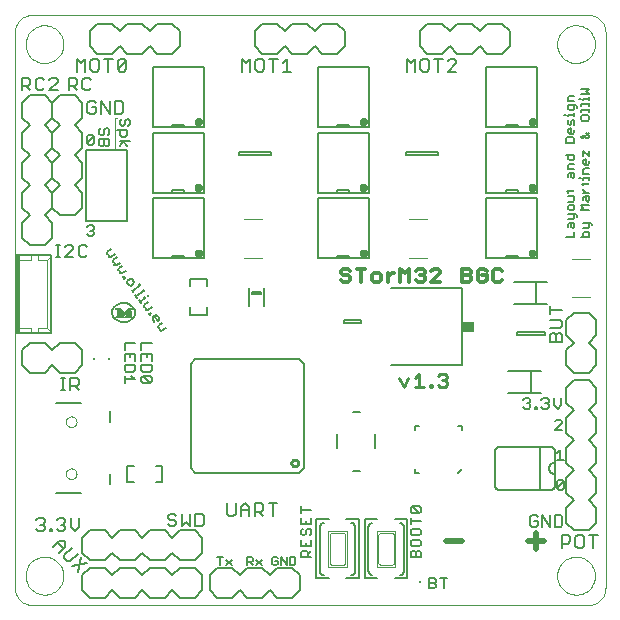
<source format=gto>
G75*
%MOIN*%
%OFA0B0*%
%FSLAX24Y24*%
%IPPOS*%
%LPD*%
%AMOC8*
5,1,8,0,0,1.08239X$1,22.5*
%
%ADD10C,0.0000*%
%ADD11C,0.0120*%
%ADD12C,0.0050*%
%ADD13C,0.0080*%
%ADD14C,0.0060*%
%ADD15C,0.0200*%
%ADD16C,0.0070*%
%ADD17C,0.0003*%
%ADD18C,0.0055*%
%ADD19C,0.0040*%
%ADD20C,0.0110*%
%ADD21C,0.0150*%
%ADD22R,0.0098X0.0098*%
%ADD23C,0.0030*%
%ADD24R,0.0300X0.0340*%
%ADD25C,0.0100*%
%ADD26C,0.0020*%
%ADD27R,0.0148X0.2559*%
D10*
X000588Y000721D02*
X000588Y019224D01*
X000587Y019224D02*
X000589Y019270D01*
X000594Y019316D01*
X000603Y019362D01*
X000616Y019407D01*
X000632Y019450D01*
X000651Y019492D01*
X000674Y019533D01*
X000700Y019571D01*
X000729Y019608D01*
X000760Y019642D01*
X000794Y019673D01*
X000831Y019702D01*
X000869Y019728D01*
X000910Y019751D01*
X000952Y019770D01*
X000995Y019786D01*
X001040Y019799D01*
X001086Y019808D01*
X001132Y019813D01*
X001178Y019815D01*
X019682Y019815D01*
X019728Y019813D01*
X019774Y019808D01*
X019820Y019799D01*
X019865Y019786D01*
X019908Y019770D01*
X019950Y019751D01*
X019991Y019728D01*
X020029Y019702D01*
X020066Y019673D01*
X020100Y019642D01*
X020131Y019608D01*
X020160Y019571D01*
X020186Y019533D01*
X020209Y019492D01*
X020228Y019450D01*
X020244Y019407D01*
X020257Y019362D01*
X020266Y019316D01*
X020271Y019270D01*
X020273Y019224D01*
X020273Y000721D01*
X020271Y000675D01*
X020266Y000629D01*
X020257Y000583D01*
X020244Y000538D01*
X020228Y000495D01*
X020209Y000453D01*
X020186Y000412D01*
X020160Y000374D01*
X020131Y000337D01*
X020100Y000303D01*
X020066Y000272D01*
X020029Y000243D01*
X019991Y000217D01*
X019950Y000194D01*
X019908Y000175D01*
X019865Y000159D01*
X019820Y000146D01*
X019774Y000137D01*
X019728Y000132D01*
X019682Y000130D01*
X001178Y000130D01*
X001132Y000132D01*
X001086Y000137D01*
X001040Y000146D01*
X000995Y000159D01*
X000952Y000175D01*
X000910Y000194D01*
X000869Y000217D01*
X000831Y000243D01*
X000794Y000272D01*
X000760Y000303D01*
X000729Y000337D01*
X000700Y000374D01*
X000674Y000412D01*
X000651Y000453D01*
X000632Y000495D01*
X000616Y000538D01*
X000603Y000583D01*
X000594Y000629D01*
X000589Y000675D01*
X000587Y000721D01*
X000942Y001114D02*
X000944Y001164D01*
X000950Y001214D01*
X000960Y001263D01*
X000974Y001311D01*
X000991Y001358D01*
X001012Y001403D01*
X001037Y001447D01*
X001065Y001488D01*
X001097Y001527D01*
X001131Y001564D01*
X001168Y001598D01*
X001208Y001628D01*
X001250Y001655D01*
X001294Y001679D01*
X001340Y001700D01*
X001387Y001716D01*
X001435Y001729D01*
X001485Y001738D01*
X001534Y001743D01*
X001585Y001744D01*
X001635Y001741D01*
X001684Y001734D01*
X001733Y001723D01*
X001781Y001708D01*
X001827Y001690D01*
X001872Y001668D01*
X001915Y001642D01*
X001956Y001613D01*
X001995Y001581D01*
X002031Y001546D01*
X002063Y001508D01*
X002093Y001468D01*
X002120Y001425D01*
X002143Y001381D01*
X002162Y001335D01*
X002178Y001287D01*
X002190Y001238D01*
X002198Y001189D01*
X002202Y001139D01*
X002202Y001089D01*
X002198Y001039D01*
X002190Y000990D01*
X002178Y000941D01*
X002162Y000893D01*
X002143Y000847D01*
X002120Y000803D01*
X002093Y000760D01*
X002063Y000720D01*
X002031Y000682D01*
X001995Y000647D01*
X001956Y000615D01*
X001915Y000586D01*
X001872Y000560D01*
X001827Y000538D01*
X001781Y000520D01*
X001733Y000505D01*
X001684Y000494D01*
X001635Y000487D01*
X001585Y000484D01*
X001534Y000485D01*
X001485Y000490D01*
X001435Y000499D01*
X001387Y000512D01*
X001340Y000528D01*
X001294Y000549D01*
X001250Y000573D01*
X001208Y000600D01*
X001168Y000630D01*
X001131Y000664D01*
X001097Y000701D01*
X001065Y000740D01*
X001037Y000781D01*
X001012Y000825D01*
X000991Y000870D01*
X000974Y000917D01*
X000960Y000965D01*
X000950Y001014D01*
X000944Y001064D01*
X000942Y001114D01*
X002286Y004514D02*
X002288Y004540D01*
X002294Y004566D01*
X002304Y004591D01*
X002317Y004614D01*
X002333Y004634D01*
X002353Y004652D01*
X002375Y004667D01*
X002398Y004679D01*
X002424Y004687D01*
X002450Y004691D01*
X002476Y004691D01*
X002502Y004687D01*
X002528Y004679D01*
X002552Y004667D01*
X002573Y004652D01*
X002593Y004634D01*
X002609Y004614D01*
X002622Y004591D01*
X002632Y004566D01*
X002638Y004540D01*
X002640Y004514D01*
X002638Y004488D01*
X002632Y004462D01*
X002622Y004437D01*
X002609Y004414D01*
X002593Y004394D01*
X002573Y004376D01*
X002551Y004361D01*
X002528Y004349D01*
X002502Y004341D01*
X002476Y004337D01*
X002450Y004337D01*
X002424Y004341D01*
X002398Y004349D01*
X002374Y004361D01*
X002353Y004376D01*
X002333Y004394D01*
X002317Y004414D01*
X002304Y004437D01*
X002294Y004462D01*
X002288Y004488D01*
X002286Y004514D01*
X002286Y006246D02*
X002288Y006272D01*
X002294Y006298D01*
X002304Y006323D01*
X002317Y006346D01*
X002333Y006366D01*
X002353Y006384D01*
X002375Y006399D01*
X002398Y006411D01*
X002424Y006419D01*
X002450Y006423D01*
X002476Y006423D01*
X002502Y006419D01*
X002528Y006411D01*
X002552Y006399D01*
X002573Y006384D01*
X002593Y006366D01*
X002609Y006346D01*
X002622Y006323D01*
X002632Y006298D01*
X002638Y006272D01*
X002640Y006246D01*
X002638Y006220D01*
X002632Y006194D01*
X002622Y006169D01*
X002609Y006146D01*
X002593Y006126D01*
X002573Y006108D01*
X002551Y006093D01*
X002528Y006081D01*
X002502Y006073D01*
X002476Y006069D01*
X002450Y006069D01*
X002424Y006073D01*
X002398Y006081D01*
X002374Y006093D01*
X002353Y006108D01*
X002333Y006126D01*
X002317Y006146D01*
X002304Y006169D01*
X002294Y006194D01*
X002288Y006220D01*
X002286Y006246D01*
X000942Y018831D02*
X000944Y018881D01*
X000950Y018931D01*
X000960Y018980D01*
X000974Y019028D01*
X000991Y019075D01*
X001012Y019120D01*
X001037Y019164D01*
X001065Y019205D01*
X001097Y019244D01*
X001131Y019281D01*
X001168Y019315D01*
X001208Y019345D01*
X001250Y019372D01*
X001294Y019396D01*
X001340Y019417D01*
X001387Y019433D01*
X001435Y019446D01*
X001485Y019455D01*
X001534Y019460D01*
X001585Y019461D01*
X001635Y019458D01*
X001684Y019451D01*
X001733Y019440D01*
X001781Y019425D01*
X001827Y019407D01*
X001872Y019385D01*
X001915Y019359D01*
X001956Y019330D01*
X001995Y019298D01*
X002031Y019263D01*
X002063Y019225D01*
X002093Y019185D01*
X002120Y019142D01*
X002143Y019098D01*
X002162Y019052D01*
X002178Y019004D01*
X002190Y018955D01*
X002198Y018906D01*
X002202Y018856D01*
X002202Y018806D01*
X002198Y018756D01*
X002190Y018707D01*
X002178Y018658D01*
X002162Y018610D01*
X002143Y018564D01*
X002120Y018520D01*
X002093Y018477D01*
X002063Y018437D01*
X002031Y018399D01*
X001995Y018364D01*
X001956Y018332D01*
X001915Y018303D01*
X001872Y018277D01*
X001827Y018255D01*
X001781Y018237D01*
X001733Y018222D01*
X001684Y018211D01*
X001635Y018204D01*
X001585Y018201D01*
X001534Y018202D01*
X001485Y018207D01*
X001435Y018216D01*
X001387Y018229D01*
X001340Y018245D01*
X001294Y018266D01*
X001250Y018290D01*
X001208Y018317D01*
X001168Y018347D01*
X001131Y018381D01*
X001097Y018418D01*
X001065Y018457D01*
X001037Y018498D01*
X001012Y018542D01*
X000991Y018587D01*
X000974Y018634D01*
X000960Y018682D01*
X000950Y018731D01*
X000944Y018781D01*
X000942Y018831D01*
X018659Y018831D02*
X018661Y018881D01*
X018667Y018931D01*
X018677Y018980D01*
X018691Y019028D01*
X018708Y019075D01*
X018729Y019120D01*
X018754Y019164D01*
X018782Y019205D01*
X018814Y019244D01*
X018848Y019281D01*
X018885Y019315D01*
X018925Y019345D01*
X018967Y019372D01*
X019011Y019396D01*
X019057Y019417D01*
X019104Y019433D01*
X019152Y019446D01*
X019202Y019455D01*
X019251Y019460D01*
X019302Y019461D01*
X019352Y019458D01*
X019401Y019451D01*
X019450Y019440D01*
X019498Y019425D01*
X019544Y019407D01*
X019589Y019385D01*
X019632Y019359D01*
X019673Y019330D01*
X019712Y019298D01*
X019748Y019263D01*
X019780Y019225D01*
X019810Y019185D01*
X019837Y019142D01*
X019860Y019098D01*
X019879Y019052D01*
X019895Y019004D01*
X019907Y018955D01*
X019915Y018906D01*
X019919Y018856D01*
X019919Y018806D01*
X019915Y018756D01*
X019907Y018707D01*
X019895Y018658D01*
X019879Y018610D01*
X019860Y018564D01*
X019837Y018520D01*
X019810Y018477D01*
X019780Y018437D01*
X019748Y018399D01*
X019712Y018364D01*
X019673Y018332D01*
X019632Y018303D01*
X019589Y018277D01*
X019544Y018255D01*
X019498Y018237D01*
X019450Y018222D01*
X019401Y018211D01*
X019352Y018204D01*
X019302Y018201D01*
X019251Y018202D01*
X019202Y018207D01*
X019152Y018216D01*
X019104Y018229D01*
X019057Y018245D01*
X019011Y018266D01*
X018967Y018290D01*
X018925Y018317D01*
X018885Y018347D01*
X018848Y018381D01*
X018814Y018418D01*
X018782Y018457D01*
X018754Y018498D01*
X018729Y018542D01*
X018708Y018587D01*
X018691Y018634D01*
X018677Y018682D01*
X018667Y018731D01*
X018661Y018781D01*
X018659Y018831D01*
X018659Y001114D02*
X018661Y001164D01*
X018667Y001214D01*
X018677Y001263D01*
X018691Y001311D01*
X018708Y001358D01*
X018729Y001403D01*
X018754Y001447D01*
X018782Y001488D01*
X018814Y001527D01*
X018848Y001564D01*
X018885Y001598D01*
X018925Y001628D01*
X018967Y001655D01*
X019011Y001679D01*
X019057Y001700D01*
X019104Y001716D01*
X019152Y001729D01*
X019202Y001738D01*
X019251Y001743D01*
X019302Y001744D01*
X019352Y001741D01*
X019401Y001734D01*
X019450Y001723D01*
X019498Y001708D01*
X019544Y001690D01*
X019589Y001668D01*
X019632Y001642D01*
X019673Y001613D01*
X019712Y001581D01*
X019748Y001546D01*
X019780Y001508D01*
X019810Y001468D01*
X019837Y001425D01*
X019860Y001381D01*
X019879Y001335D01*
X019895Y001287D01*
X019907Y001238D01*
X019915Y001189D01*
X019919Y001139D01*
X019919Y001089D01*
X019915Y001039D01*
X019907Y000990D01*
X019895Y000941D01*
X019879Y000893D01*
X019860Y000847D01*
X019837Y000803D01*
X019810Y000760D01*
X019780Y000720D01*
X019748Y000682D01*
X019712Y000647D01*
X019673Y000615D01*
X019632Y000586D01*
X019589Y000560D01*
X019544Y000538D01*
X019498Y000520D01*
X019450Y000505D01*
X019401Y000494D01*
X019352Y000487D01*
X019302Y000484D01*
X019251Y000485D01*
X019202Y000490D01*
X019152Y000499D01*
X019104Y000512D01*
X019057Y000528D01*
X019011Y000549D01*
X018967Y000573D01*
X018925Y000600D01*
X018885Y000630D01*
X018848Y000664D01*
X018814Y000701D01*
X018782Y000740D01*
X018754Y000781D01*
X018729Y000825D01*
X018708Y000870D01*
X018691Y000917D01*
X018677Y000965D01*
X018667Y001014D01*
X018661Y001064D01*
X018659Y001114D01*
D11*
X016751Y010909D02*
X016824Y010982D01*
X016751Y010909D02*
X016604Y010909D01*
X016531Y010982D01*
X016531Y011276D01*
X016604Y011349D01*
X016751Y011349D01*
X016824Y011276D01*
X016309Y011276D02*
X016235Y011349D01*
X016089Y011349D01*
X016015Y011276D01*
X016015Y010982D01*
X016089Y010909D01*
X016235Y010909D01*
X016309Y010982D01*
X016309Y011129D01*
X016162Y011129D01*
X015793Y011202D02*
X015720Y011129D01*
X015500Y011129D01*
X015720Y011129D02*
X015793Y011056D01*
X015793Y010982D01*
X015720Y010909D01*
X015500Y010909D01*
X015500Y011349D01*
X015720Y011349D01*
X015793Y011276D01*
X015793Y011202D01*
X014762Y011202D02*
X014762Y011276D01*
X014688Y011349D01*
X014542Y011349D01*
X014468Y011276D01*
X014246Y011276D02*
X014246Y011202D01*
X014173Y011129D01*
X014246Y011056D01*
X014246Y010982D01*
X014173Y010909D01*
X014026Y010909D01*
X013953Y010982D01*
X014099Y011129D02*
X014173Y011129D01*
X014246Y011276D02*
X014173Y011349D01*
X014026Y011349D01*
X013953Y011276D01*
X013731Y011349D02*
X013731Y010909D01*
X013437Y010909D02*
X013437Y011349D01*
X013584Y011202D01*
X013731Y011349D01*
X013227Y011202D02*
X013154Y011202D01*
X013007Y011056D01*
X013007Y011202D02*
X013007Y010909D01*
X012785Y010982D02*
X012785Y011129D01*
X012712Y011202D01*
X012565Y011202D01*
X012492Y011129D01*
X012492Y010982D01*
X012565Y010909D01*
X012712Y010909D01*
X012785Y010982D01*
X012270Y011349D02*
X011976Y011349D01*
X012123Y011349D02*
X012123Y010909D01*
X011754Y010982D02*
X011681Y010909D01*
X011534Y010909D01*
X011460Y010982D01*
X011534Y011129D02*
X011681Y011129D01*
X011754Y011056D01*
X011754Y010982D01*
X011534Y011129D02*
X011460Y011202D01*
X011460Y011276D01*
X011534Y011349D01*
X011681Y011349D01*
X011754Y011276D01*
X014468Y010909D02*
X014762Y011202D01*
X014762Y010909D02*
X014468Y010909D01*
D12*
X018949Y012405D02*
X019219Y012405D01*
X019219Y012585D01*
X019174Y012700D02*
X019129Y012745D01*
X019129Y012880D01*
X019084Y012880D02*
X019219Y012880D01*
X019219Y012745D01*
X019174Y012700D01*
X019039Y012745D02*
X019039Y012835D01*
X019084Y012880D01*
X019039Y012994D02*
X019174Y012994D01*
X019219Y013039D01*
X019219Y013174D01*
X019264Y013174D02*
X019039Y013174D01*
X019084Y013289D02*
X019174Y013289D01*
X019219Y013334D01*
X019219Y013424D01*
X019174Y013469D01*
X019084Y013469D01*
X019039Y013424D01*
X019039Y013334D01*
X019084Y013289D01*
X019264Y013174D02*
X019309Y013129D01*
X019309Y013084D01*
X019449Y013289D02*
X019539Y013379D01*
X019449Y013469D01*
X019719Y013469D01*
X019674Y013584D02*
X019629Y013629D01*
X019629Y013764D01*
X019584Y013764D02*
X019719Y013764D01*
X019719Y013629D01*
X019674Y013584D01*
X019539Y013629D02*
X019539Y013719D01*
X019584Y013764D01*
X019629Y013878D02*
X019539Y013968D01*
X019539Y014013D01*
X019539Y014124D02*
X019539Y014214D01*
X019494Y014169D02*
X019674Y014169D01*
X019719Y014214D01*
X019719Y014320D02*
X019719Y014410D01*
X019719Y014365D02*
X019539Y014365D01*
X019539Y014320D01*
X019449Y014365D02*
X019404Y014365D01*
X019219Y014414D02*
X019174Y014369D01*
X019129Y014414D01*
X019129Y014549D01*
X019084Y014549D02*
X019219Y014549D01*
X019219Y014414D01*
X019039Y014414D02*
X019039Y014504D01*
X019084Y014549D01*
X019039Y014664D02*
X019039Y014799D01*
X019084Y014844D01*
X019219Y014844D01*
X019174Y014959D02*
X019084Y014959D01*
X019039Y015004D01*
X019039Y015139D01*
X018949Y015139D02*
X019219Y015139D01*
X019219Y015004D01*
X019174Y014959D01*
X019219Y014664D02*
X019039Y014664D01*
X019539Y014652D02*
X019539Y014517D01*
X019719Y014517D01*
X019719Y014697D02*
X019584Y014697D01*
X019539Y014652D01*
X019584Y014811D02*
X019539Y014856D01*
X019539Y014946D01*
X019584Y014991D01*
X019629Y014991D01*
X019629Y014811D01*
X019674Y014811D02*
X019584Y014811D01*
X019674Y014811D02*
X019719Y014856D01*
X019719Y014946D01*
X019719Y015106D02*
X019719Y015286D01*
X019539Y015286D02*
X019719Y015106D01*
X019539Y015106D02*
X019539Y015286D01*
X019539Y015695D02*
X019719Y015875D01*
X019719Y015785D02*
X019719Y015740D01*
X019674Y015695D01*
X019629Y015695D01*
X019539Y015785D01*
X019494Y015785D01*
X019449Y015740D01*
X019494Y015695D01*
X019539Y015695D01*
X019629Y015875D02*
X019719Y015785D01*
X019674Y016285D02*
X019494Y016285D01*
X019449Y016330D01*
X019449Y016420D01*
X019494Y016465D01*
X019674Y016465D01*
X019719Y016420D01*
X019719Y016330D01*
X019674Y016285D01*
X019719Y016579D02*
X019719Y016669D01*
X019719Y016624D02*
X019449Y016624D01*
X019449Y016579D01*
X019449Y016776D02*
X019449Y016821D01*
X019719Y016821D01*
X019719Y016776D02*
X019719Y016866D01*
X019719Y016972D02*
X019719Y017062D01*
X019719Y017017D02*
X019539Y017017D01*
X019539Y016972D01*
X019449Y017017D02*
X019404Y017017D01*
X019449Y017169D02*
X019719Y017169D01*
X019629Y017259D01*
X019719Y017349D01*
X019449Y017349D01*
X019219Y017103D02*
X019084Y017103D01*
X019039Y017058D01*
X019039Y016923D01*
X019219Y016923D01*
X019219Y016808D02*
X019219Y016673D01*
X019174Y016628D01*
X019084Y016628D01*
X019039Y016673D01*
X019039Y016808D01*
X019264Y016808D01*
X019309Y016763D01*
X019309Y016718D01*
X019219Y016522D02*
X019219Y016432D01*
X019219Y016477D02*
X019039Y016477D01*
X019039Y016432D01*
X018949Y016477D02*
X018904Y016477D01*
X019039Y016317D02*
X019039Y016182D01*
X019084Y016137D01*
X019129Y016182D01*
X019129Y016272D01*
X019174Y016317D01*
X019219Y016272D01*
X019219Y016137D01*
X019129Y016023D02*
X019129Y015843D01*
X019084Y015843D02*
X019039Y015888D01*
X019039Y015978D01*
X019084Y016023D01*
X019129Y016023D01*
X019219Y015978D02*
X019219Y015888D01*
X019174Y015843D01*
X019084Y015843D01*
X019174Y015728D02*
X018994Y015728D01*
X018949Y015683D01*
X018949Y015548D01*
X019219Y015548D01*
X019219Y015683D01*
X019174Y015728D01*
X019219Y013968D02*
X019174Y013923D01*
X018994Y013923D01*
X019039Y013878D02*
X019039Y013968D01*
X019039Y013764D02*
X019219Y013764D01*
X019219Y013629D01*
X019174Y013584D01*
X019039Y013584D01*
X019449Y013289D02*
X019719Y013289D01*
X019719Y012880D02*
X019719Y012745D01*
X019674Y012700D01*
X019539Y012700D01*
X019584Y012585D02*
X019539Y012540D01*
X019539Y012405D01*
X019449Y012405D02*
X019719Y012405D01*
X019719Y012540D01*
X019674Y012585D01*
X019584Y012585D01*
X019539Y012880D02*
X019764Y012880D01*
X019809Y012835D01*
X019809Y012790D01*
X019719Y013878D02*
X019539Y013878D01*
X018088Y005393D02*
X018088Y004193D01*
X018088Y003993D01*
X009936Y001693D02*
X009936Y001513D01*
X009891Y001468D01*
X009756Y001468D01*
X009756Y001738D01*
X009891Y001738D01*
X009936Y001693D01*
X009641Y001738D02*
X009641Y001468D01*
X009461Y001738D01*
X009461Y001468D01*
X009347Y001513D02*
X009347Y001603D01*
X009256Y001603D01*
X009166Y001693D02*
X009211Y001738D01*
X009301Y001738D01*
X009347Y001693D01*
X009347Y001513D02*
X009301Y001468D01*
X009211Y001468D01*
X009166Y001513D01*
X009166Y001693D01*
X008811Y001648D02*
X008631Y001468D01*
X008516Y001468D02*
X008426Y001558D01*
X008471Y001558D02*
X008336Y001558D01*
X008336Y001468D02*
X008336Y001738D01*
X008471Y001738D01*
X008516Y001693D01*
X008516Y001603D01*
X008471Y001558D01*
X008631Y001648D02*
X008811Y001468D01*
X007811Y001468D02*
X007631Y001648D01*
X007516Y001738D02*
X007336Y001738D01*
X007426Y001738D02*
X007426Y001468D01*
X007631Y001468D02*
X007811Y001648D01*
X005452Y009261D02*
X005622Y009379D01*
X005452Y009261D02*
X005363Y009388D01*
X005376Y009460D01*
X005503Y009549D01*
X005389Y009621D02*
X005347Y009591D01*
X005228Y009761D01*
X005186Y009731D02*
X005271Y009791D01*
X005343Y009778D01*
X005402Y009693D01*
X005389Y009621D01*
X005233Y009574D02*
X005173Y009659D01*
X005186Y009731D01*
X005121Y009825D02*
X005078Y009795D01*
X005049Y009837D01*
X005091Y009867D01*
X005121Y009825D01*
X005019Y009969D02*
X004947Y009982D01*
X004960Y010054D01*
X004888Y010067D01*
X004901Y010139D01*
X005028Y010228D01*
X004931Y010366D02*
X004761Y010248D01*
X004732Y010290D02*
X004791Y010205D01*
X004931Y010366D02*
X004901Y010409D01*
X005016Y010426D02*
X005058Y010455D01*
X004889Y010607D02*
X004635Y010429D01*
X004605Y010471D02*
X004664Y010386D01*
X004538Y010567D02*
X004478Y010652D01*
X004508Y010610D02*
X004762Y010788D01*
X004732Y010830D01*
X004534Y010843D02*
X004547Y010915D01*
X004487Y011000D01*
X004415Y011012D01*
X004330Y010953D01*
X004318Y010881D01*
X004377Y010796D01*
X004449Y010784D01*
X004534Y010843D01*
X004859Y010649D02*
X004889Y010607D01*
X005147Y010058D02*
X005019Y009969D01*
X004265Y011047D02*
X004223Y011017D01*
X004193Y011059D01*
X004235Y011089D01*
X004265Y011047D01*
X004164Y011191D02*
X004291Y011280D01*
X004164Y011191D02*
X004092Y011204D01*
X004105Y011276D01*
X004033Y011288D01*
X004045Y011360D01*
X004172Y011449D01*
X004101Y011552D02*
X003974Y011463D01*
X003902Y011475D01*
X003914Y011547D01*
X003842Y011560D01*
X003855Y011632D01*
X003982Y011721D01*
X003911Y011823D02*
X003784Y011734D01*
X003712Y011747D01*
X003724Y011819D01*
X003652Y011832D01*
X003665Y011904D01*
X003792Y011992D01*
X004329Y012949D02*
X002951Y012949D01*
X002951Y015311D01*
X004329Y015311D01*
X004329Y012949D01*
X008400Y010711D02*
X008400Y010111D01*
X008500Y010511D02*
X008800Y010511D01*
X008800Y010561D01*
X008500Y010561D01*
X008500Y010511D01*
X008900Y010711D02*
X008900Y010111D01*
D13*
X010070Y008332D02*
X010228Y008175D01*
X010228Y004710D01*
X010070Y004553D01*
X006606Y004553D01*
X006448Y004710D01*
X006448Y008175D01*
X006606Y008332D01*
X010070Y008332D01*
X011845Y006583D02*
X012081Y006583D01*
X012593Y005835D02*
X012593Y005363D01*
X012081Y004614D02*
X011845Y004614D01*
X011333Y005363D02*
X011333Y005835D01*
X013117Y008121D02*
X015481Y008121D01*
X015481Y010701D01*
X013117Y010701D01*
X013925Y006105D02*
X013925Y005967D01*
X013925Y006105D02*
X014063Y006105D01*
X015362Y006105D02*
X015500Y006105D01*
X015500Y005967D01*
X015500Y004668D02*
X015362Y004530D01*
X014063Y004530D02*
X013925Y004530D01*
X013925Y004668D01*
X010088Y001130D02*
X009838Y001380D01*
X009338Y001380D01*
X009088Y001130D01*
X008838Y001380D01*
X008338Y001380D01*
X008088Y001130D01*
X007838Y001380D01*
X007338Y001380D01*
X007088Y001130D01*
X007088Y000630D01*
X007338Y000380D01*
X007838Y000380D01*
X008088Y000630D01*
X008338Y000380D01*
X008838Y000380D01*
X009088Y000630D01*
X009338Y000380D01*
X009838Y000380D01*
X010088Y000630D01*
X010088Y001130D01*
X009183Y003108D02*
X009183Y003528D01*
X009323Y003528D02*
X009042Y003528D01*
X008862Y003458D02*
X008862Y003318D01*
X008792Y003248D01*
X008582Y003248D01*
X008722Y003248D02*
X008862Y003108D01*
X008582Y003108D02*
X008582Y003528D01*
X008792Y003528D01*
X008862Y003458D01*
X008402Y003388D02*
X008402Y003108D01*
X008402Y003318D02*
X008122Y003318D01*
X008122Y003388D02*
X008262Y003528D01*
X008402Y003388D01*
X008122Y003388D02*
X008122Y003108D01*
X007941Y003178D02*
X007941Y003528D01*
X007661Y003528D02*
X007661Y003178D01*
X007731Y003108D01*
X007871Y003108D01*
X007941Y003178D01*
X006885Y003114D02*
X006885Y002834D01*
X006815Y002764D01*
X006605Y002764D01*
X006605Y003184D01*
X006815Y003184D01*
X006885Y003114D01*
X006425Y003184D02*
X006425Y002764D01*
X006285Y002904D01*
X006145Y002764D01*
X006145Y003184D01*
X005964Y003114D02*
X005894Y003184D01*
X005754Y003184D01*
X005684Y003114D01*
X005684Y003044D01*
X005754Y002974D01*
X005894Y002974D01*
X005964Y002904D01*
X005964Y002834D01*
X005894Y002764D01*
X005754Y002764D01*
X005684Y002834D01*
X005588Y002630D02*
X005838Y002380D01*
X006088Y002630D01*
X006588Y002630D01*
X006838Y002380D01*
X006838Y001880D01*
X006588Y001630D01*
X006088Y001630D01*
X005838Y001880D01*
X005588Y001630D01*
X005088Y001630D01*
X004838Y001880D01*
X004588Y001630D01*
X004088Y001630D01*
X003838Y001880D01*
X003588Y001630D01*
X003088Y001630D01*
X002838Y001880D01*
X002838Y002380D01*
X003088Y002630D01*
X003588Y002630D01*
X003838Y002380D01*
X004088Y002630D01*
X004588Y002630D01*
X004838Y002380D01*
X005088Y002630D01*
X005588Y002630D01*
X005588Y001380D02*
X005088Y001380D01*
X004838Y001130D01*
X004588Y001380D01*
X004088Y001380D01*
X003838Y001130D01*
X003588Y001380D01*
X003088Y001380D01*
X002838Y001130D01*
X002838Y000630D01*
X003088Y000380D01*
X003588Y000380D01*
X003838Y000630D01*
X004088Y000380D01*
X004588Y000380D01*
X004838Y000630D01*
X005088Y000380D01*
X005588Y000380D01*
X005838Y000630D01*
X006088Y000380D01*
X006588Y000380D01*
X006838Y000630D01*
X006838Y001130D01*
X006588Y001380D01*
X006088Y001380D01*
X005838Y001130D01*
X005588Y001380D01*
X003002Y001523D02*
X002506Y001424D01*
X002429Y001601D02*
X002676Y001849D01*
X002804Y001722D02*
X002705Y001226D01*
X002429Y001601D02*
X002329Y001601D01*
X002230Y001700D01*
X002230Y001799D01*
X002478Y002047D01*
X002252Y002075D02*
X002252Y002274D01*
X002053Y002274D01*
X001855Y002075D01*
X002004Y002224D02*
X002202Y002026D01*
X002252Y002075D02*
X002053Y001877D01*
X002058Y002608D02*
X001988Y002678D01*
X002058Y002608D02*
X002198Y002608D01*
X002269Y002678D01*
X002269Y002748D01*
X002198Y002818D01*
X002128Y002818D01*
X002198Y002818D02*
X002269Y002888D01*
X002269Y002958D01*
X002198Y003028D01*
X002058Y003028D01*
X001988Y002958D01*
X001828Y002678D02*
X001828Y002608D01*
X001758Y002608D01*
X001758Y002678D01*
X001828Y002678D01*
X001578Y002678D02*
X001508Y002608D01*
X001368Y002608D01*
X001298Y002678D01*
X001438Y002818D02*
X001508Y002818D01*
X001578Y002748D01*
X001578Y002678D01*
X001508Y002818D02*
X001578Y002888D01*
X001578Y002958D01*
X001508Y003028D01*
X001368Y003028D01*
X001298Y002958D01*
X001951Y003884D02*
X002778Y003884D01*
X002729Y003028D02*
X002729Y002748D01*
X002589Y002608D01*
X002449Y002748D01*
X002449Y003028D01*
X003762Y004160D02*
X003762Y004514D01*
X003762Y006246D02*
X003762Y006600D01*
X002778Y006876D02*
X001951Y006876D01*
X002128Y007295D02*
X002268Y007295D01*
X002198Y007295D02*
X002198Y007715D01*
X002128Y007715D02*
X002268Y007715D01*
X002435Y007715D02*
X002645Y007715D01*
X002715Y007645D01*
X002715Y007505D01*
X002645Y007435D01*
X002435Y007435D01*
X002575Y007435D02*
X002715Y007295D01*
X002435Y007295D02*
X002435Y007715D01*
X002588Y007880D02*
X002088Y007880D01*
X001838Y008130D01*
X001588Y007880D01*
X001088Y007880D01*
X000838Y008130D01*
X000838Y008630D01*
X001088Y008880D01*
X001588Y008880D01*
X001838Y008630D01*
X002088Y008880D01*
X002588Y008880D01*
X002838Y008630D01*
X002838Y008130D01*
X002588Y007880D01*
X001803Y009216D02*
X001803Y011794D01*
X000622Y011794D01*
X000622Y009216D01*
X001803Y009216D01*
X001940Y011733D02*
X002080Y011733D01*
X002010Y011733D02*
X002010Y012153D01*
X001940Y012153D02*
X002080Y012153D01*
X002247Y012083D02*
X002317Y012153D01*
X002457Y012153D01*
X002528Y012083D01*
X002528Y012013D01*
X002247Y011733D01*
X002528Y011733D01*
X002708Y011803D02*
X002778Y011733D01*
X002918Y011733D01*
X002988Y011803D01*
X002988Y012083D02*
X002918Y012153D01*
X002778Y012153D01*
X002708Y012083D01*
X002708Y011803D01*
X001838Y012380D02*
X001838Y012880D01*
X001588Y013130D01*
X001838Y013380D01*
X001838Y013880D01*
X001588Y014130D01*
X001838Y014380D01*
X001838Y014880D01*
X001588Y015130D01*
X001838Y015380D01*
X001838Y015880D01*
X001588Y016130D01*
X001838Y016380D01*
X001838Y016880D01*
X001588Y017130D01*
X001088Y017130D01*
X000838Y016880D01*
X000838Y016380D01*
X001088Y016130D01*
X000838Y015880D01*
X000838Y015380D01*
X001088Y015130D01*
X000838Y014880D01*
X000838Y014380D01*
X001088Y014130D01*
X000838Y013880D01*
X000838Y013380D01*
X001088Y013130D01*
X000838Y012880D01*
X000838Y012380D01*
X001088Y012130D01*
X001588Y012130D01*
X001838Y012380D01*
X002088Y013130D02*
X002588Y013130D01*
X002838Y013380D01*
X002838Y013880D01*
X002588Y014130D01*
X002838Y014380D01*
X002838Y014880D01*
X002588Y015130D01*
X002838Y015380D01*
X002838Y015880D01*
X002588Y016130D01*
X002838Y016380D01*
X002838Y016880D01*
X002588Y017130D01*
X002088Y017130D01*
X001838Y016880D01*
X001838Y016380D01*
X002088Y016130D01*
X001838Y015880D01*
X001838Y015380D01*
X002088Y015130D01*
X001838Y014880D01*
X001838Y014380D01*
X002088Y014130D01*
X001838Y013880D01*
X001838Y013380D01*
X002088Y013130D01*
X003073Y016514D02*
X003213Y016514D01*
X003283Y016584D01*
X003283Y016724D01*
X003143Y016724D01*
X003283Y016864D02*
X003213Y016934D01*
X003073Y016934D01*
X003003Y016864D01*
X003003Y016584D01*
X003073Y016514D01*
X003463Y016514D02*
X003463Y016934D01*
X003743Y016514D01*
X003743Y016934D01*
X003924Y016934D02*
X004134Y016934D01*
X004204Y016864D01*
X004204Y016584D01*
X004134Y016514D01*
X003924Y016514D01*
X003924Y016934D01*
X003118Y017365D02*
X003048Y017295D01*
X002908Y017295D01*
X002838Y017365D01*
X002838Y017645D01*
X002908Y017715D01*
X003048Y017715D01*
X003118Y017645D01*
X003175Y017920D02*
X003315Y017920D01*
X003385Y017990D01*
X003385Y018270D01*
X003315Y018340D01*
X003175Y018340D01*
X003105Y018270D01*
X003105Y017990D01*
X003175Y017920D01*
X002925Y017920D02*
X002925Y018340D01*
X002785Y018200D01*
X002645Y018340D01*
X002645Y017920D01*
X002588Y017715D02*
X002378Y017715D01*
X002378Y017295D01*
X002378Y017435D02*
X002588Y017435D01*
X002658Y017505D01*
X002658Y017645D01*
X002588Y017715D01*
X002518Y017435D02*
X002658Y017295D01*
X002016Y017295D02*
X001736Y017295D01*
X002016Y017575D01*
X002016Y017645D01*
X001946Y017715D01*
X001806Y017715D01*
X001736Y017645D01*
X001556Y017645D02*
X001486Y017715D01*
X001346Y017715D01*
X001276Y017645D01*
X001276Y017365D01*
X001346Y017295D01*
X001486Y017295D01*
X001556Y017365D01*
X001096Y017295D02*
X000955Y017435D01*
X001026Y017435D02*
X000815Y017435D01*
X000815Y017295D02*
X000815Y017715D01*
X001026Y017715D01*
X001096Y017645D01*
X001096Y017505D01*
X001026Y017435D01*
X003088Y018755D02*
X003338Y018505D01*
X003838Y018505D01*
X004088Y018755D01*
X004338Y018505D01*
X004838Y018505D01*
X005088Y018755D01*
X005338Y018505D01*
X005838Y018505D01*
X006088Y018755D01*
X006088Y019255D01*
X005838Y019505D01*
X005338Y019505D01*
X005088Y019255D01*
X004838Y019505D01*
X004338Y019505D01*
X004088Y019255D01*
X003838Y019505D01*
X003338Y019505D01*
X003088Y019255D01*
X003088Y018755D01*
X003565Y018340D02*
X003846Y018340D01*
X003705Y018340D02*
X003705Y017920D01*
X004026Y017990D02*
X004306Y018270D01*
X004306Y017990D01*
X004236Y017920D01*
X004096Y017920D01*
X004026Y017990D01*
X004026Y018270D01*
X004096Y018340D01*
X004236Y018340D01*
X004306Y018270D01*
X008145Y018340D02*
X008145Y017920D01*
X008425Y017920D02*
X008425Y018340D01*
X008285Y018200D01*
X008145Y018340D01*
X008605Y018270D02*
X008605Y017990D01*
X008675Y017920D01*
X008815Y017920D01*
X008885Y017990D01*
X008885Y018270D01*
X008815Y018340D01*
X008675Y018340D01*
X008605Y018270D01*
X008838Y018505D02*
X009338Y018505D01*
X009588Y018755D01*
X009838Y018505D01*
X010338Y018505D01*
X010588Y018755D01*
X010838Y018505D01*
X011338Y018505D01*
X011588Y018755D01*
X011588Y019255D01*
X011338Y019505D01*
X010838Y019505D01*
X010588Y019255D01*
X010338Y019505D01*
X009838Y019505D01*
X009588Y019255D01*
X009338Y019505D01*
X008838Y019505D01*
X008588Y019255D01*
X008588Y018755D01*
X008838Y018505D01*
X009065Y018340D02*
X009346Y018340D01*
X009205Y018340D02*
X009205Y017920D01*
X009526Y017920D02*
X009806Y017920D01*
X009666Y017920D02*
X009666Y018340D01*
X009526Y018200D01*
X013645Y018340D02*
X013645Y017920D01*
X013925Y017920D02*
X013925Y018340D01*
X013785Y018200D01*
X013645Y018340D01*
X014105Y018270D02*
X014105Y017990D01*
X014175Y017920D01*
X014315Y017920D01*
X014385Y017990D01*
X014385Y018270D01*
X014315Y018340D01*
X014175Y018340D01*
X014105Y018270D01*
X014338Y018505D02*
X014838Y018505D01*
X015088Y018755D01*
X015338Y018505D01*
X015838Y018505D01*
X016088Y018755D01*
X016338Y018505D01*
X016838Y018505D01*
X017088Y018755D01*
X017088Y019255D01*
X016838Y019505D01*
X016338Y019505D01*
X016088Y019255D01*
X015838Y019505D01*
X015338Y019505D01*
X015088Y019255D01*
X014838Y019505D01*
X014338Y019505D01*
X014088Y019255D01*
X014088Y018755D01*
X014338Y018505D01*
X014565Y018340D02*
X014846Y018340D01*
X014705Y018340D02*
X014705Y017920D01*
X015026Y017920D02*
X015306Y018200D01*
X015306Y018270D01*
X015236Y018340D01*
X015096Y018340D01*
X015026Y018270D01*
X015026Y017920D02*
X015306Y017920D01*
X018409Y010115D02*
X018409Y009835D01*
X018409Y009975D02*
X018829Y009975D01*
X018963Y009630D02*
X019213Y009880D01*
X019713Y009880D01*
X019963Y009630D01*
X019963Y009130D01*
X019713Y008880D01*
X019963Y008630D01*
X019963Y008130D01*
X019713Y007880D01*
X019213Y007880D01*
X018963Y008130D01*
X018963Y008630D01*
X019213Y008880D01*
X018963Y009130D01*
X018963Y009630D01*
X018829Y009584D02*
X018759Y009654D01*
X018409Y009654D01*
X018409Y009374D02*
X018759Y009374D01*
X018829Y009444D01*
X018829Y009584D01*
X018759Y009194D02*
X018829Y009124D01*
X018829Y008914D01*
X018409Y008914D01*
X018409Y009124D01*
X018479Y009194D01*
X018549Y009194D01*
X018619Y009124D01*
X018619Y008914D01*
X018619Y009124D02*
X018689Y009194D01*
X018759Y009194D01*
X019213Y007630D02*
X019713Y007630D01*
X019963Y007380D01*
X019963Y006880D01*
X019713Y006630D01*
X019963Y006380D01*
X019963Y005880D01*
X019713Y005630D01*
X019963Y005380D01*
X019963Y004880D01*
X019713Y004630D01*
X019963Y004380D01*
X019963Y003880D01*
X019713Y003630D01*
X019963Y003380D01*
X019963Y002880D01*
X019713Y002630D01*
X019213Y002630D01*
X018963Y002880D01*
X018963Y003380D01*
X019213Y003630D01*
X018963Y003880D01*
X018963Y004380D01*
X019213Y004630D01*
X018963Y004880D01*
X018963Y005380D01*
X019213Y005630D01*
X018963Y005880D01*
X018963Y006380D01*
X019213Y006630D01*
X018963Y006880D01*
X018963Y007380D01*
X019213Y007630D01*
X019340Y002465D02*
X019270Y002395D01*
X019270Y002115D01*
X019340Y002045D01*
X019480Y002045D01*
X019550Y002115D01*
X019550Y002395D01*
X019480Y002465D01*
X019340Y002465D01*
X019089Y002395D02*
X019089Y002255D01*
X019019Y002185D01*
X018809Y002185D01*
X018809Y002045D02*
X018809Y002465D01*
X019019Y002465D01*
X019089Y002395D01*
X019730Y002465D02*
X020010Y002465D01*
X019870Y002465D02*
X019870Y002045D01*
D14*
X018826Y003973D02*
X018712Y003973D01*
X018656Y004029D01*
X018883Y004256D01*
X018883Y004029D01*
X018826Y003973D01*
X018656Y004029D02*
X018656Y004256D01*
X018712Y004313D01*
X018826Y004313D01*
X018883Y004256D01*
X018588Y004123D02*
X018588Y004493D01*
X018588Y004893D01*
X018588Y005263D01*
X018656Y005199D02*
X018769Y005313D01*
X018769Y004973D01*
X018656Y004973D02*
X018883Y004973D01*
X018588Y004893D02*
X018561Y004891D01*
X018534Y004886D01*
X018508Y004876D01*
X018484Y004864D01*
X018462Y004848D01*
X018442Y004830D01*
X018425Y004808D01*
X018410Y004785D01*
X018400Y004760D01*
X018392Y004734D01*
X018388Y004707D01*
X018388Y004679D01*
X018392Y004652D01*
X018400Y004626D01*
X018410Y004601D01*
X018425Y004578D01*
X018442Y004556D01*
X018462Y004538D01*
X018484Y004522D01*
X018508Y004510D01*
X018534Y004500D01*
X018561Y004495D01*
X018588Y004493D01*
X018588Y004123D02*
X018586Y004100D01*
X018581Y004077D01*
X018572Y004055D01*
X018559Y004035D01*
X018544Y004017D01*
X018526Y004002D01*
X018506Y003989D01*
X018484Y003980D01*
X018461Y003975D01*
X018438Y003973D01*
X016738Y003973D01*
X016715Y003975D01*
X016692Y003980D01*
X016670Y003989D01*
X016650Y004002D01*
X016632Y004017D01*
X016617Y004035D01*
X016604Y004055D01*
X016595Y004077D01*
X016590Y004100D01*
X016588Y004123D01*
X016588Y005263D01*
X016590Y005286D01*
X016595Y005309D01*
X016604Y005331D01*
X016617Y005351D01*
X016632Y005369D01*
X016650Y005384D01*
X016670Y005397D01*
X016692Y005406D01*
X016715Y005411D01*
X016738Y005413D01*
X018438Y005413D01*
X018461Y005411D01*
X018484Y005406D01*
X018506Y005397D01*
X018526Y005384D01*
X018544Y005369D01*
X018559Y005351D01*
X018572Y005331D01*
X018581Y005309D01*
X018586Y005286D01*
X018588Y005263D01*
X018593Y005973D02*
X018820Y006199D01*
X018820Y006256D01*
X018763Y006313D01*
X018650Y006313D01*
X018593Y006256D01*
X018593Y005973D02*
X018820Y005973D01*
X018139Y007193D02*
X017785Y007193D01*
X017785Y007942D01*
X018139Y007942D01*
X018139Y007922D01*
X017785Y007942D02*
X017037Y007942D01*
X017037Y007922D01*
X017037Y007213D02*
X017037Y007193D01*
X017785Y007193D01*
X018139Y007213D02*
X018139Y007193D01*
X018244Y009130D02*
X017307Y009130D01*
X017307Y009224D01*
X018244Y009224D01*
X018244Y009130D01*
X018327Y010162D02*
X017972Y010162D01*
X017972Y010910D01*
X018327Y010910D01*
X018327Y010891D01*
X017972Y010910D02*
X017224Y010910D01*
X017224Y010891D01*
X017224Y010182D02*
X017224Y010162D01*
X017972Y010162D01*
X018327Y010182D02*
X018327Y010162D01*
X018000Y011693D02*
X017350Y011693D01*
X017350Y011773D01*
X016950Y011773D01*
X016950Y011693D01*
X016300Y011693D01*
X016300Y013693D01*
X018000Y013693D01*
X018000Y011693D01*
X017350Y011693D02*
X016950Y011693D01*
X016950Y013880D02*
X016300Y013880D01*
X016300Y015880D01*
X018000Y015880D01*
X018000Y013880D01*
X017350Y013880D01*
X017350Y013960D01*
X016950Y013960D01*
X016950Y013880D01*
X017350Y013880D01*
X017350Y016068D02*
X016950Y016068D01*
X016950Y016148D01*
X017350Y016148D01*
X017350Y016068D01*
X018000Y016068D01*
X018000Y018068D01*
X016300Y018068D01*
X016300Y016068D01*
X016950Y016068D01*
X014682Y015224D02*
X014682Y015130D01*
X013619Y015130D01*
X013619Y015224D01*
X014682Y015224D01*
X012375Y015880D02*
X012375Y013880D01*
X011725Y013880D01*
X011725Y013960D01*
X011325Y013960D01*
X011325Y013880D01*
X010675Y013880D01*
X010675Y015880D01*
X012375Y015880D01*
X012375Y016068D02*
X011725Y016068D01*
X011725Y016148D01*
X011325Y016148D01*
X011325Y016068D01*
X010675Y016068D01*
X010675Y018068D01*
X012375Y018068D01*
X012375Y016068D01*
X011725Y016068D02*
X011325Y016068D01*
X011325Y013880D02*
X011725Y013880D01*
X012375Y013693D02*
X012375Y011693D01*
X011725Y011693D01*
X011725Y011773D01*
X011325Y011773D01*
X011325Y011693D01*
X010675Y011693D01*
X010675Y013693D01*
X012375Y013693D01*
X011725Y011693D02*
X011325Y011693D01*
X011557Y009630D02*
X011557Y009536D01*
X012119Y009536D01*
X012119Y009630D01*
X011557Y009630D01*
X006994Y009818D02*
X006994Y010068D01*
X006994Y009818D02*
X006432Y009818D01*
X006432Y010068D01*
X006432Y010755D02*
X006432Y011005D01*
X006994Y011005D01*
X006994Y010755D01*
X006875Y011693D02*
X006225Y011693D01*
X006225Y011773D01*
X005825Y011773D01*
X005825Y011693D01*
X005175Y011693D01*
X005175Y013693D01*
X006875Y013693D01*
X006875Y011693D01*
X006225Y011693D02*
X005825Y011693D01*
X005825Y013880D02*
X005175Y013880D01*
X005175Y015880D01*
X006875Y015880D01*
X006875Y013880D01*
X006225Y013880D01*
X006225Y013960D01*
X005825Y013960D01*
X005825Y013880D01*
X006225Y013880D01*
X008057Y015130D02*
X008057Y015224D01*
X009119Y015224D01*
X009119Y015130D01*
X008057Y015130D01*
X006875Y016068D02*
X006225Y016068D01*
X006225Y016148D01*
X005825Y016148D01*
X005825Y016068D01*
X005175Y016068D01*
X005175Y018068D01*
X006875Y018068D01*
X006875Y016068D01*
X006225Y016068D02*
X005825Y016068D01*
X004427Y016161D02*
X004370Y016104D01*
X004427Y016161D02*
X004427Y016274D01*
X004370Y016331D01*
X004313Y016331D01*
X004257Y016274D01*
X004257Y016161D01*
X004200Y016104D01*
X004143Y016104D01*
X004087Y016161D01*
X004087Y016274D01*
X004143Y016331D01*
X004087Y015963D02*
X004087Y015793D01*
X004143Y015736D01*
X004257Y015736D01*
X004313Y015793D01*
X004313Y015963D01*
X003973Y015963D01*
X003739Y015967D02*
X003739Y015854D01*
X003683Y015797D01*
X003569Y015854D02*
X003569Y015967D01*
X003626Y016024D01*
X003683Y016024D01*
X003739Y015967D01*
X003569Y015854D02*
X003513Y015797D01*
X003456Y015797D01*
X003399Y015854D01*
X003399Y015967D01*
X003456Y016024D01*
X003220Y015762D02*
X002993Y015535D01*
X003050Y015479D01*
X003163Y015479D01*
X003220Y015535D01*
X003220Y015762D01*
X003163Y015819D01*
X003050Y015819D01*
X002993Y015762D01*
X002993Y015535D01*
X003399Y015486D02*
X003399Y015656D01*
X003739Y015656D01*
X003739Y015486D01*
X003683Y015429D01*
X003626Y015429D01*
X003569Y015486D01*
X003569Y015656D01*
X003569Y015486D02*
X003513Y015429D01*
X003456Y015429D01*
X003399Y015486D01*
X004087Y015424D02*
X004200Y015594D01*
X004313Y015424D01*
X004427Y015594D02*
X004087Y015594D01*
X003163Y012788D02*
X003050Y012788D01*
X002993Y012731D01*
X003106Y012618D02*
X003163Y012618D01*
X003220Y012561D01*
X003220Y012504D01*
X003163Y012448D01*
X003050Y012448D01*
X002993Y012504D01*
X003163Y012618D02*
X003220Y012674D01*
X003220Y012731D01*
X003163Y012788D01*
X004243Y008881D02*
X004243Y008654D01*
X004243Y008513D02*
X004243Y008286D01*
X004243Y008145D02*
X004243Y007974D01*
X004300Y007918D01*
X004526Y007918D01*
X004583Y007974D01*
X004583Y008145D01*
X004243Y008145D01*
X004413Y008400D02*
X004413Y008513D01*
X004583Y008513D02*
X004583Y008286D01*
X004805Y008286D02*
X004805Y008513D01*
X005146Y008513D01*
X005146Y008286D01*
X005146Y008145D02*
X005146Y007974D01*
X005089Y007918D01*
X004862Y007918D01*
X004805Y007974D01*
X004805Y008145D01*
X005146Y008145D01*
X004975Y008400D02*
X004975Y008513D01*
X004805Y008654D02*
X004805Y008881D01*
X005146Y008881D01*
X004583Y008881D02*
X004243Y008881D01*
X004243Y008513D02*
X004583Y008513D01*
X004470Y007776D02*
X004583Y007663D01*
X004243Y007663D01*
X004243Y007776D02*
X004243Y007549D01*
X004805Y007606D02*
X004862Y007549D01*
X005089Y007549D01*
X004862Y007776D01*
X004805Y007720D01*
X004805Y007606D01*
X004862Y007776D02*
X005089Y007776D01*
X005146Y007720D01*
X005146Y007606D01*
X005089Y007549D01*
X005275Y004786D02*
X005494Y004786D01*
X005494Y004224D01*
X005275Y004224D01*
X004557Y004224D02*
X004307Y004224D01*
X004307Y004786D01*
X004557Y004786D01*
X010124Y003423D02*
X010124Y003196D01*
X010124Y003309D02*
X010464Y003309D01*
X010464Y003054D02*
X010464Y002827D01*
X010124Y002827D01*
X010124Y003054D01*
X010294Y002941D02*
X010294Y002827D01*
X010351Y002686D02*
X010407Y002686D01*
X010464Y002629D01*
X010464Y002516D01*
X010407Y002459D01*
X010294Y002516D02*
X010294Y002629D01*
X010351Y002686D01*
X010181Y002686D02*
X010124Y002629D01*
X010124Y002516D01*
X010181Y002459D01*
X010237Y002459D01*
X010294Y002516D01*
X010464Y002318D02*
X010464Y002091D01*
X010124Y002091D01*
X010124Y002318D01*
X010294Y002204D02*
X010294Y002091D01*
X010294Y001949D02*
X010181Y001949D01*
X010124Y001893D01*
X010124Y001723D01*
X010464Y001723D01*
X010351Y001723D02*
X010351Y001893D01*
X010294Y001949D01*
X010351Y001836D02*
X010464Y001949D01*
X010747Y001273D02*
X010747Y002737D01*
X010749Y002758D01*
X010754Y002778D01*
X010762Y002798D01*
X010773Y002816D01*
X010786Y002832D01*
X010802Y002845D01*
X010820Y002856D01*
X010840Y002864D01*
X010860Y002869D01*
X010881Y002871D01*
X011041Y002989D02*
X010629Y002989D01*
X010629Y001021D01*
X011041Y001021D01*
X010881Y001139D02*
X010860Y001141D01*
X010840Y001146D01*
X010820Y001154D01*
X010802Y001165D01*
X010786Y001178D01*
X010773Y001194D01*
X010762Y001212D01*
X010754Y001232D01*
X010749Y001252D01*
X010747Y001273D01*
X011635Y001021D02*
X012046Y001021D01*
X012046Y002989D01*
X011635Y002989D01*
X011795Y002871D02*
X011816Y002869D01*
X011836Y002864D01*
X011856Y002856D01*
X011874Y002845D01*
X011890Y002832D01*
X011903Y002816D01*
X011914Y002798D01*
X011922Y002778D01*
X011927Y002758D01*
X011929Y002737D01*
X011928Y002737D02*
X011928Y001273D01*
X011929Y001273D02*
X011927Y001252D01*
X011922Y001232D01*
X011914Y001212D01*
X011903Y001194D01*
X011890Y001178D01*
X011874Y001165D01*
X011856Y001154D01*
X011836Y001146D01*
X011816Y001141D01*
X011795Y001139D01*
X012254Y001021D02*
X012254Y002989D01*
X012666Y002989D01*
X012506Y002871D02*
X012485Y002869D01*
X012465Y002864D01*
X012445Y002856D01*
X012427Y002845D01*
X012411Y002832D01*
X012398Y002816D01*
X012387Y002798D01*
X012379Y002778D01*
X012374Y002758D01*
X012372Y002737D01*
X012372Y001273D01*
X012374Y001252D01*
X012379Y001232D01*
X012387Y001212D01*
X012398Y001194D01*
X012411Y001178D01*
X012427Y001165D01*
X012445Y001154D01*
X012465Y001146D01*
X012485Y001141D01*
X012506Y001139D01*
X012666Y001021D02*
X012254Y001021D01*
X013260Y001021D02*
X013671Y001021D01*
X013671Y002989D01*
X013260Y002989D01*
X013420Y002871D02*
X013441Y002869D01*
X013461Y002864D01*
X013481Y002856D01*
X013499Y002845D01*
X013515Y002832D01*
X013528Y002816D01*
X013539Y002798D01*
X013547Y002778D01*
X013552Y002758D01*
X013554Y002737D01*
X013553Y002737D02*
X013553Y001273D01*
X013554Y001273D02*
X013552Y001252D01*
X013547Y001232D01*
X013539Y001212D01*
X013528Y001194D01*
X013515Y001178D01*
X013499Y001165D01*
X013481Y001154D01*
X013461Y001146D01*
X013441Y001141D01*
X013420Y001139D01*
X013780Y001723D02*
X013780Y001893D01*
X013837Y001949D01*
X013893Y001949D01*
X013950Y001893D01*
X013950Y001723D01*
X013950Y001893D02*
X014007Y001949D01*
X014064Y001949D01*
X014120Y001893D01*
X014120Y001723D01*
X013780Y001723D01*
X013837Y002091D02*
X014064Y002091D01*
X014120Y002148D01*
X014120Y002261D01*
X014064Y002318D01*
X013837Y002318D01*
X013780Y002261D01*
X013780Y002148D01*
X013837Y002091D01*
X013837Y002459D02*
X014064Y002459D01*
X014120Y002516D01*
X014120Y002629D01*
X014064Y002686D01*
X013837Y002686D01*
X013780Y002629D01*
X013780Y002516D01*
X013837Y002459D01*
X013780Y002827D02*
X013780Y003054D01*
X013780Y002941D02*
X014120Y002941D01*
X014064Y003196D02*
X013837Y003196D01*
X013780Y003252D01*
X013780Y003366D01*
X013837Y003423D01*
X014064Y003196D01*
X014120Y003252D01*
X014120Y003366D01*
X014064Y003423D01*
X013837Y003423D01*
X014399Y001032D02*
X014569Y001032D01*
X014626Y000975D01*
X014626Y000918D01*
X014569Y000861D01*
X014399Y000861D01*
X014399Y000691D02*
X014569Y000691D01*
X014626Y000748D01*
X014626Y000805D01*
X014569Y000861D01*
X014399Y000691D02*
X014399Y001032D01*
X014767Y001032D02*
X014994Y001032D01*
X014881Y001032D02*
X014881Y000691D01*
D15*
X014955Y002255D02*
X015488Y002255D01*
X017705Y002255D02*
X018238Y002255D01*
X017971Y002522D02*
X017971Y001988D01*
D16*
X017945Y002744D02*
X018008Y002807D01*
X018008Y002934D01*
X017882Y002934D01*
X018008Y003061D02*
X017945Y003124D01*
X017818Y003124D01*
X017755Y003061D01*
X017755Y002807D01*
X017818Y002744D01*
X017945Y002744D01*
X018169Y002744D02*
X018169Y003124D01*
X018423Y002744D01*
X018423Y003124D01*
X018583Y003124D02*
X018774Y003124D01*
X018837Y003061D01*
X018837Y002807D01*
X018774Y002744D01*
X018583Y002744D01*
X018583Y003124D01*
X018679Y006665D02*
X018806Y006792D01*
X018806Y007045D01*
X018552Y007045D02*
X018552Y006792D01*
X018679Y006665D01*
X018391Y006728D02*
X018328Y006665D01*
X018201Y006665D01*
X018138Y006728D01*
X017994Y006728D02*
X017994Y006665D01*
X017931Y006665D01*
X017931Y006728D01*
X017994Y006728D01*
X017770Y006728D02*
X017770Y006792D01*
X017707Y006855D01*
X017643Y006855D01*
X017707Y006855D02*
X017770Y006919D01*
X017770Y006982D01*
X017707Y007045D01*
X017580Y007045D01*
X017516Y006982D01*
X017516Y006728D02*
X017580Y006665D01*
X017707Y006665D01*
X017770Y006728D01*
X018138Y006982D02*
X018201Y007045D01*
X018328Y007045D01*
X018391Y006982D01*
X018391Y006919D01*
X018328Y006855D01*
X018391Y006792D01*
X018391Y006728D01*
X018328Y006855D02*
X018265Y006855D01*
D17*
X004513Y009736D02*
X004502Y009732D01*
X004485Y009732D01*
X004454Y009733D01*
X004423Y009736D01*
X004311Y009737D01*
X004238Y009732D01*
X004216Y009732D01*
X004205Y009733D01*
X004202Y009745D01*
X004211Y009752D01*
X004240Y009754D01*
X004263Y009757D01*
X004275Y009765D01*
X004279Y009908D01*
X004270Y009847D01*
X004268Y009861D01*
X004262Y009862D01*
X004256Y009859D01*
X004214Y009805D01*
X004188Y009769D01*
X004162Y009738D01*
X004156Y009732D01*
X004152Y009733D01*
X004144Y009740D01*
X004093Y009790D01*
X004057Y009831D01*
X004234Y009831D01*
X004235Y009832D02*
X004056Y009832D01*
X004057Y009831D02*
X004035Y009855D01*
X004253Y009855D01*
X004254Y009856D02*
X003987Y009856D01*
X003987Y009855D02*
X004021Y009855D01*
X004025Y009856D02*
X004016Y009853D01*
X004017Y009837D01*
X004021Y009813D01*
X003984Y009813D01*
X003984Y009814D02*
X004021Y009814D01*
X004021Y009813D02*
X004036Y009789D01*
X003979Y009789D01*
X003979Y009790D02*
X004035Y009790D01*
X004036Y009789D02*
X004058Y009766D01*
X004084Y009757D01*
X004094Y009755D01*
X004100Y009749D01*
X004101Y009743D01*
X004100Y009738D01*
X004093Y009735D01*
X004081Y009734D01*
X004059Y009738D01*
X004010Y009738D01*
X003963Y009735D01*
X003931Y009731D01*
X003919Y009733D01*
X003913Y009739D01*
X003915Y009749D01*
X003926Y009752D01*
X003941Y009755D01*
X003967Y009761D01*
X003975Y009769D01*
X003978Y009784D01*
X003985Y009817D01*
X003990Y009923D01*
X003987Y009973D01*
X003979Y010001D01*
X003968Y010008D01*
X004112Y010008D01*
X004111Y010009D02*
X003956Y010009D01*
X003952Y010010D02*
X003923Y010012D01*
X003914Y010019D01*
X003913Y010027D01*
X003918Y010035D01*
X003926Y010037D01*
X003940Y010039D01*
X004073Y010039D01*
X004086Y010032D01*
X003916Y010032D01*
X003917Y010033D02*
X004083Y010033D01*
X004086Y010032D02*
X004108Y010013D01*
X004179Y009929D01*
X004208Y009891D01*
X003988Y009891D01*
X003988Y009892D02*
X004207Y009892D01*
X004208Y009891D02*
X004225Y009874D01*
X004237Y009888D01*
X004280Y009946D01*
X004326Y010005D01*
X004351Y010032D01*
X004371Y010034D01*
X004439Y010034D01*
X004492Y010037D01*
X004505Y010034D01*
X004510Y010026D01*
X004506Y010019D01*
X004498Y010016D01*
X004474Y010015D01*
X004443Y010010D01*
X004434Y009996D01*
X004434Y009975D01*
X004302Y009975D01*
X004301Y009973D02*
X004434Y009973D01*
X004434Y009972D02*
X004300Y009972D01*
X004299Y009970D02*
X004434Y009970D01*
X004435Y009969D02*
X004298Y009969D01*
X004297Y009967D02*
X004435Y009967D01*
X004435Y009966D02*
X004295Y009966D01*
X004294Y009964D02*
X004435Y009964D01*
X004435Y009963D02*
X004293Y009963D01*
X004292Y009961D02*
X004435Y009961D01*
X004436Y009960D02*
X004291Y009960D01*
X004290Y009958D02*
X004436Y009958D01*
X004436Y009957D02*
X004288Y009957D01*
X004287Y009955D02*
X004436Y009955D01*
X004436Y009954D02*
X004286Y009954D01*
X004285Y009952D02*
X004436Y009952D01*
X004437Y009951D02*
X004284Y009951D01*
X004283Y009949D02*
X004437Y009949D01*
X004437Y009948D02*
X004281Y009948D01*
X004280Y009946D02*
X004437Y009946D01*
X004437Y009945D02*
X004279Y009945D01*
X004278Y009943D02*
X004438Y009943D01*
X004438Y009942D02*
X004277Y009942D01*
X004276Y009940D02*
X004438Y009940D01*
X004438Y009939D02*
X004275Y009939D01*
X004273Y009937D02*
X004438Y009937D01*
X004438Y009936D02*
X004272Y009936D01*
X004271Y009934D02*
X004439Y009934D01*
X004439Y009933D02*
X004270Y009933D01*
X004269Y009931D02*
X004439Y009931D01*
X004439Y009930D02*
X004268Y009930D01*
X004267Y009928D02*
X004439Y009928D01*
X004439Y009927D02*
X004266Y009927D01*
X004265Y009925D02*
X004440Y009925D01*
X004440Y009924D02*
X004440Y009770D01*
X004450Y009760D01*
X004470Y009755D01*
X004498Y009752D01*
X004513Y009736D01*
X004389Y009736D01*
X004435Y009735D02*
X004510Y009735D01*
X004511Y009738D02*
X004204Y009738D01*
X004203Y009739D02*
X004510Y009739D01*
X004508Y009741D02*
X004203Y009741D01*
X004203Y009742D02*
X004507Y009742D01*
X004506Y009744D02*
X004202Y009744D01*
X004202Y009745D02*
X004504Y009745D01*
X004503Y009747D02*
X004204Y009747D01*
X004206Y009748D02*
X004501Y009748D01*
X004500Y009750D02*
X004208Y009750D01*
X004210Y009751D02*
X004498Y009751D01*
X004490Y009753D02*
X004223Y009753D01*
X004242Y009754D02*
X004476Y009754D01*
X004467Y009756D02*
X004254Y009756D01*
X004263Y009757D02*
X004461Y009757D01*
X004455Y009759D02*
X004266Y009759D01*
X004268Y009760D02*
X004450Y009760D01*
X004448Y009762D02*
X004270Y009762D01*
X004272Y009763D02*
X004447Y009763D01*
X004445Y009765D02*
X004275Y009765D01*
X004275Y009766D02*
X004444Y009766D01*
X004442Y009768D02*
X004275Y009768D01*
X004275Y009769D02*
X004441Y009769D01*
X004440Y009771D02*
X004275Y009771D01*
X004275Y009772D02*
X004440Y009772D01*
X004440Y009774D02*
X004275Y009774D01*
X004275Y009775D02*
X004440Y009775D01*
X004440Y009777D02*
X004275Y009777D01*
X004275Y009778D02*
X004440Y009778D01*
X004440Y009780D02*
X004275Y009780D01*
X004275Y009781D02*
X004440Y009781D01*
X004440Y009783D02*
X004275Y009783D01*
X004275Y009784D02*
X004440Y009784D01*
X004440Y009786D02*
X004275Y009786D01*
X004275Y009787D02*
X004440Y009787D01*
X004440Y009789D02*
X004276Y009789D01*
X004276Y009790D02*
X004440Y009790D01*
X004440Y009792D02*
X004276Y009792D01*
X004276Y009793D02*
X004440Y009793D01*
X004440Y009795D02*
X004276Y009795D01*
X004276Y009796D02*
X004440Y009796D01*
X004440Y009798D02*
X004276Y009798D01*
X004276Y009799D02*
X004440Y009799D01*
X004440Y009801D02*
X004276Y009801D01*
X004276Y009802D02*
X004440Y009802D01*
X004440Y009804D02*
X004276Y009804D01*
X004276Y009805D02*
X004440Y009805D01*
X004440Y009807D02*
X004276Y009807D01*
X004276Y009808D02*
X004440Y009808D01*
X004440Y009810D02*
X004276Y009810D01*
X004276Y009811D02*
X004440Y009811D01*
X004440Y009813D02*
X004276Y009813D01*
X004276Y009814D02*
X004440Y009814D01*
X004440Y009816D02*
X004276Y009816D01*
X004276Y009817D02*
X004440Y009817D01*
X004440Y009819D02*
X004276Y009819D01*
X004276Y009820D02*
X004440Y009820D01*
X004440Y009822D02*
X004276Y009822D01*
X004276Y009823D02*
X004440Y009823D01*
X004440Y009825D02*
X004277Y009825D01*
X004277Y009826D02*
X004440Y009826D01*
X004440Y009828D02*
X004277Y009828D01*
X004277Y009829D02*
X004440Y009829D01*
X004440Y009831D02*
X004277Y009831D01*
X004277Y009832D02*
X004440Y009832D01*
X004440Y009834D02*
X004277Y009834D01*
X004277Y009835D02*
X004440Y009835D01*
X004440Y009837D02*
X004277Y009837D01*
X004277Y009838D02*
X004440Y009838D01*
X004440Y009840D02*
X004277Y009840D01*
X004277Y009841D02*
X004440Y009841D01*
X004440Y009843D02*
X004277Y009843D01*
X004277Y009844D02*
X004440Y009844D01*
X004440Y009846D02*
X004277Y009846D01*
X004277Y009847D02*
X004440Y009847D01*
X004440Y009849D02*
X004277Y009849D01*
X004277Y009850D02*
X004440Y009850D01*
X004440Y009852D02*
X004277Y009852D01*
X004277Y009853D02*
X004440Y009853D01*
X004440Y009855D02*
X004277Y009855D01*
X004277Y009856D02*
X004440Y009856D01*
X004440Y009858D02*
X004277Y009858D01*
X004277Y009859D02*
X004440Y009859D01*
X004440Y009861D02*
X004278Y009861D01*
X004278Y009862D02*
X004440Y009862D01*
X004440Y009864D02*
X004278Y009864D01*
X004278Y009865D02*
X004440Y009865D01*
X004440Y009867D02*
X004278Y009867D01*
X004278Y009868D02*
X004440Y009868D01*
X004440Y009870D02*
X004278Y009870D01*
X004278Y009871D02*
X004440Y009871D01*
X004440Y009873D02*
X004278Y009873D01*
X004278Y009874D02*
X004440Y009874D01*
X004440Y009876D02*
X004278Y009876D01*
X004278Y009877D02*
X004440Y009877D01*
X004440Y009879D02*
X004278Y009879D01*
X004278Y009880D02*
X004440Y009880D01*
X004440Y009882D02*
X004278Y009882D01*
X004278Y009883D02*
X004440Y009883D01*
X004440Y009885D02*
X004278Y009885D01*
X004278Y009886D02*
X004440Y009886D01*
X004440Y009888D02*
X004278Y009888D01*
X004278Y009889D02*
X004440Y009889D01*
X004440Y009891D02*
X004278Y009891D01*
X004278Y009892D02*
X004440Y009892D01*
X004440Y009894D02*
X004278Y009894D01*
X004277Y009894D02*
X004241Y009894D01*
X004240Y009892D02*
X004277Y009892D01*
X004276Y009891D02*
X004239Y009891D01*
X004238Y009889D02*
X004276Y009889D01*
X004276Y009888D02*
X004237Y009888D01*
X004235Y009886D02*
X004276Y009886D01*
X004275Y009885D02*
X004234Y009885D01*
X004233Y009883D02*
X004275Y009883D01*
X004275Y009882D02*
X004232Y009882D01*
X004230Y009880D02*
X004275Y009880D01*
X004275Y009879D02*
X004229Y009879D01*
X004228Y009877D02*
X004274Y009877D01*
X004274Y009876D02*
X004226Y009876D01*
X004225Y009874D02*
X004274Y009874D01*
X004274Y009873D02*
X003987Y009873D01*
X003988Y009874D02*
X004224Y009874D01*
X004223Y009876D02*
X003988Y009876D01*
X003988Y009877D02*
X004221Y009877D01*
X004220Y009879D02*
X003988Y009879D01*
X003988Y009880D02*
X004218Y009880D01*
X004217Y009882D02*
X003988Y009882D01*
X003988Y009883D02*
X004215Y009883D01*
X004214Y009885D02*
X003988Y009885D01*
X003988Y009886D02*
X004212Y009886D01*
X004211Y009888D02*
X003988Y009888D01*
X003988Y009889D02*
X004209Y009889D01*
X004206Y009894D02*
X003988Y009894D01*
X003989Y009895D02*
X004204Y009895D01*
X004203Y009897D02*
X003989Y009897D01*
X003989Y009898D02*
X004202Y009898D01*
X004201Y009900D02*
X003989Y009900D01*
X003989Y009901D02*
X004200Y009901D01*
X004199Y009903D02*
X003989Y009903D01*
X003989Y009904D02*
X004198Y009904D01*
X004196Y009906D02*
X003989Y009906D01*
X003989Y009907D02*
X004195Y009907D01*
X004194Y009909D02*
X003989Y009909D01*
X003989Y009910D02*
X004193Y009910D01*
X004192Y009912D02*
X003989Y009912D01*
X003989Y009913D02*
X004191Y009913D01*
X004190Y009915D02*
X003989Y009915D01*
X003990Y009916D02*
X004188Y009916D01*
X004187Y009918D02*
X003990Y009918D01*
X003990Y009919D02*
X004186Y009919D01*
X004185Y009921D02*
X003990Y009921D01*
X003990Y009922D02*
X004184Y009922D01*
X004183Y009924D02*
X003990Y009924D01*
X003990Y009925D02*
X004182Y009925D01*
X004180Y009927D02*
X003990Y009927D01*
X003990Y009928D02*
X004179Y009928D01*
X004178Y009930D02*
X003989Y009930D01*
X003989Y009931D02*
X004177Y009931D01*
X004176Y009933D02*
X003989Y009933D01*
X003989Y009934D02*
X004174Y009934D01*
X004173Y009936D02*
X003989Y009936D01*
X003989Y009937D02*
X004172Y009937D01*
X004170Y009939D02*
X003989Y009939D01*
X003989Y009940D02*
X004169Y009940D01*
X004168Y009942D02*
X003989Y009942D01*
X003989Y009943D02*
X004167Y009943D01*
X004165Y009945D02*
X003989Y009945D01*
X003988Y009946D02*
X004164Y009946D01*
X004163Y009948D02*
X003988Y009948D01*
X003988Y009949D02*
X004162Y009949D01*
X004160Y009951D02*
X003988Y009951D01*
X003988Y009952D02*
X004159Y009952D01*
X004158Y009954D02*
X003988Y009954D01*
X003988Y009955D02*
X004156Y009955D01*
X004155Y009957D02*
X003988Y009957D01*
X003988Y009958D02*
X004154Y009958D01*
X004153Y009960D02*
X003988Y009960D01*
X003988Y009961D02*
X004151Y009961D01*
X004150Y009963D02*
X003987Y009963D01*
X003987Y009964D02*
X004149Y009964D01*
X004148Y009966D02*
X003987Y009966D01*
X003987Y009967D02*
X004146Y009967D01*
X004145Y009969D02*
X003987Y009969D01*
X003987Y009970D02*
X004144Y009970D01*
X004143Y009972D02*
X003987Y009972D01*
X003987Y009973D02*
X004141Y009973D01*
X004140Y009975D02*
X003986Y009975D01*
X003986Y009976D02*
X004139Y009976D01*
X004137Y009978D02*
X003985Y009978D01*
X003985Y009979D02*
X004136Y009979D01*
X004135Y009981D02*
X003985Y009981D01*
X003984Y009982D02*
X004134Y009982D01*
X004132Y009984D02*
X003984Y009984D01*
X003983Y009985D02*
X004131Y009985D01*
X004130Y009987D02*
X003983Y009987D01*
X003982Y009988D02*
X004129Y009988D01*
X004127Y009990D02*
X003982Y009990D01*
X003982Y009991D02*
X004126Y009991D01*
X004125Y009993D02*
X003981Y009993D01*
X003981Y009994D02*
X004123Y009994D01*
X004122Y009996D02*
X003980Y009996D01*
X003980Y009997D02*
X004121Y009997D01*
X004120Y009999D02*
X003979Y009999D01*
X003979Y010000D02*
X004118Y010000D01*
X004117Y010002D02*
X003977Y010002D01*
X003975Y010003D02*
X004116Y010003D01*
X004115Y010005D02*
X003973Y010005D01*
X003970Y010006D02*
X004113Y010006D01*
X004110Y010011D02*
X003938Y010011D01*
X003952Y010010D02*
X003968Y010008D01*
X003922Y010012D02*
X004108Y010012D01*
X004107Y010014D02*
X003920Y010014D01*
X003918Y010015D02*
X004105Y010015D01*
X004103Y010017D02*
X003916Y010017D01*
X003914Y010018D02*
X004101Y010018D01*
X004100Y010020D02*
X003914Y010020D01*
X003914Y010021D02*
X004098Y010021D01*
X004096Y010023D02*
X003913Y010023D01*
X003913Y010024D02*
X004095Y010024D01*
X004093Y010026D02*
X003913Y010026D01*
X003913Y010027D02*
X004091Y010027D01*
X004089Y010029D02*
X003914Y010029D01*
X003915Y010030D02*
X004088Y010030D01*
X004080Y010035D02*
X003918Y010035D01*
X003924Y010036D02*
X004077Y010036D01*
X004075Y010038D02*
X003933Y010038D01*
X003987Y009871D02*
X004273Y009871D01*
X004273Y009870D02*
X003987Y009870D01*
X003987Y009868D02*
X004273Y009868D01*
X004273Y009867D02*
X003987Y009867D01*
X003987Y009865D02*
X004273Y009865D01*
X004272Y009864D02*
X003987Y009864D01*
X003987Y009862D02*
X004272Y009862D01*
X004272Y009861D02*
X004268Y009861D01*
X004268Y009859D02*
X004272Y009859D01*
X004271Y009858D02*
X004268Y009858D01*
X004268Y009856D02*
X004271Y009856D01*
X004271Y009855D02*
X004269Y009855D01*
X004269Y009853D02*
X004271Y009853D01*
X004271Y009852D02*
X004269Y009852D01*
X004269Y009850D02*
X004270Y009850D01*
X004270Y009849D02*
X004270Y009849D01*
X004270Y009847D02*
X004270Y009847D01*
X004260Y009861D02*
X003987Y009861D01*
X003987Y009859D02*
X004257Y009859D01*
X004255Y009858D02*
X003987Y009858D01*
X003987Y009853D02*
X004017Y009853D01*
X004016Y009852D02*
X003986Y009852D01*
X003986Y009850D02*
X004016Y009850D01*
X004016Y009849D02*
X003986Y009849D01*
X003986Y009847D02*
X004016Y009847D01*
X004016Y009846D02*
X003986Y009846D01*
X003986Y009844D02*
X004016Y009844D01*
X004016Y009843D02*
X003986Y009843D01*
X003986Y009841D02*
X004017Y009841D01*
X004017Y009840D02*
X003986Y009840D01*
X003986Y009838D02*
X004017Y009838D01*
X004017Y009837D02*
X003986Y009837D01*
X003986Y009835D02*
X004017Y009835D01*
X004017Y009834D02*
X003986Y009834D01*
X003986Y009832D02*
X004018Y009832D01*
X004018Y009831D02*
X003985Y009831D01*
X003985Y009829D02*
X004018Y009829D01*
X004018Y009828D02*
X003985Y009828D01*
X003985Y009826D02*
X004019Y009826D01*
X004019Y009825D02*
X003985Y009825D01*
X003985Y009823D02*
X004019Y009823D01*
X004019Y009822D02*
X003985Y009822D01*
X003985Y009820D02*
X004020Y009820D01*
X004020Y009819D02*
X003985Y009819D01*
X003985Y009817D02*
X004020Y009817D01*
X004020Y009816D02*
X003985Y009816D01*
X003984Y009811D02*
X004022Y009811D01*
X004023Y009810D02*
X003983Y009810D01*
X003983Y009808D02*
X004024Y009808D01*
X004025Y009807D02*
X003983Y009807D01*
X003982Y009805D02*
X004026Y009805D01*
X004027Y009804D02*
X003982Y009804D01*
X003982Y009802D02*
X004027Y009802D01*
X004028Y009801D02*
X003981Y009801D01*
X003981Y009799D02*
X004029Y009799D01*
X004030Y009798D02*
X003981Y009798D01*
X003980Y009796D02*
X004031Y009796D01*
X004032Y009795D02*
X003980Y009795D01*
X003980Y009793D02*
X004033Y009793D01*
X004034Y009792D02*
X003979Y009792D01*
X003979Y009787D02*
X004037Y009787D01*
X004039Y009786D02*
X003978Y009786D01*
X003978Y009784D02*
X004040Y009784D01*
X004042Y009783D02*
X003978Y009783D01*
X003977Y009781D02*
X004043Y009781D01*
X004045Y009780D02*
X003977Y009780D01*
X003977Y009778D02*
X004046Y009778D01*
X004047Y009777D02*
X003976Y009777D01*
X003976Y009775D02*
X004049Y009775D01*
X004050Y009774D02*
X003976Y009774D01*
X003975Y009772D02*
X004052Y009772D01*
X004053Y009771D02*
X003975Y009771D01*
X003975Y009769D02*
X004055Y009769D01*
X004056Y009768D02*
X003974Y009768D01*
X003972Y009766D02*
X004058Y009766D01*
X004061Y009765D02*
X003971Y009765D01*
X003969Y009763D02*
X004066Y009763D01*
X004070Y009762D02*
X003968Y009762D01*
X003964Y009760D02*
X004074Y009760D01*
X004079Y009759D02*
X003957Y009759D01*
X003951Y009757D02*
X004083Y009757D01*
X004090Y009756D02*
X003944Y009756D01*
X003937Y009754D02*
X004095Y009754D01*
X004096Y009753D02*
X003930Y009753D01*
X003923Y009751D02*
X004098Y009751D01*
X004099Y009750D02*
X003918Y009750D01*
X003915Y009748D02*
X004100Y009748D01*
X004100Y009747D02*
X003914Y009747D01*
X003914Y009745D02*
X004100Y009745D01*
X004101Y009744D02*
X003914Y009744D01*
X003913Y009742D02*
X004101Y009742D01*
X004100Y009741D02*
X003913Y009741D01*
X003913Y009739D02*
X004100Y009739D01*
X004099Y009738D02*
X004060Y009738D01*
X004068Y009736D02*
X004096Y009736D01*
X004090Y009735D02*
X004076Y009735D01*
X004112Y009771D02*
X004189Y009771D01*
X004190Y009772D02*
X004111Y009772D01*
X004109Y009774D02*
X004191Y009774D01*
X004192Y009775D02*
X004108Y009775D01*
X004106Y009777D02*
X004193Y009777D01*
X004195Y009778D02*
X004105Y009778D01*
X004103Y009780D02*
X004196Y009780D01*
X004197Y009781D02*
X004102Y009781D01*
X004100Y009783D02*
X004198Y009783D01*
X004199Y009784D02*
X004099Y009784D01*
X004097Y009786D02*
X004200Y009786D01*
X004201Y009787D02*
X004096Y009787D01*
X004094Y009789D02*
X004202Y009789D01*
X004203Y009790D02*
X004093Y009790D01*
X004091Y009792D02*
X004204Y009792D01*
X004205Y009793D02*
X004090Y009793D01*
X004089Y009795D02*
X004206Y009795D01*
X004208Y009796D02*
X004087Y009796D01*
X004086Y009798D02*
X004209Y009798D01*
X004210Y009799D02*
X004085Y009799D01*
X004083Y009801D02*
X004211Y009801D01*
X004212Y009802D02*
X004082Y009802D01*
X004081Y009804D02*
X004213Y009804D01*
X004214Y009805D02*
X004079Y009805D01*
X004078Y009807D02*
X004215Y009807D01*
X004216Y009808D02*
X004077Y009808D01*
X004075Y009810D02*
X004218Y009810D01*
X004219Y009811D02*
X004074Y009811D01*
X004073Y009813D02*
X004220Y009813D01*
X004221Y009814D02*
X004071Y009814D01*
X004070Y009816D02*
X004222Y009816D01*
X004223Y009817D02*
X004069Y009817D01*
X004068Y009819D02*
X004225Y009819D01*
X004226Y009820D02*
X004066Y009820D01*
X004065Y009822D02*
X004227Y009822D01*
X004228Y009823D02*
X004064Y009823D01*
X004062Y009825D02*
X004229Y009825D01*
X004230Y009826D02*
X004061Y009826D01*
X004060Y009828D02*
X004232Y009828D01*
X004233Y009829D02*
X004058Y009829D01*
X004054Y009834D02*
X004236Y009834D01*
X004237Y009835D02*
X004053Y009835D01*
X004051Y009837D02*
X004239Y009837D01*
X004240Y009838D02*
X004050Y009838D01*
X004049Y009840D02*
X004241Y009840D01*
X004242Y009841D02*
X004047Y009841D01*
X004046Y009843D02*
X004243Y009843D01*
X004244Y009844D02*
X004045Y009844D01*
X004043Y009846D02*
X004246Y009846D01*
X004247Y009847D02*
X004042Y009847D01*
X004040Y009849D02*
X004248Y009849D01*
X004249Y009850D02*
X004039Y009850D01*
X004038Y009852D02*
X004250Y009852D01*
X004251Y009853D02*
X004036Y009853D01*
X004035Y009855D02*
X004025Y009856D01*
X004007Y009738D02*
X003914Y009738D01*
X003916Y009736D02*
X003983Y009736D01*
X003961Y009735D02*
X003917Y009735D01*
X003919Y009733D02*
X003949Y009733D01*
X003937Y009732D02*
X003926Y009732D01*
X004114Y009769D02*
X004188Y009769D01*
X004187Y009768D02*
X004115Y009768D01*
X004117Y009766D02*
X004186Y009766D01*
X004184Y009765D02*
X004119Y009765D01*
X004120Y009763D02*
X004183Y009763D01*
X004182Y009762D02*
X004122Y009762D01*
X004123Y009760D02*
X004181Y009760D01*
X004179Y009759D02*
X004125Y009759D01*
X004126Y009757D02*
X004178Y009757D01*
X004177Y009756D02*
X004128Y009756D01*
X004129Y009754D02*
X004176Y009754D01*
X004174Y009753D02*
X004131Y009753D01*
X004132Y009751D02*
X004173Y009751D01*
X004172Y009750D02*
X004134Y009750D01*
X004135Y009748D02*
X004170Y009748D01*
X004169Y009747D02*
X004137Y009747D01*
X004138Y009745D02*
X004168Y009745D01*
X004167Y009744D02*
X004140Y009744D01*
X004141Y009742D02*
X004165Y009742D01*
X004164Y009741D02*
X004143Y009741D01*
X004145Y009739D02*
X004163Y009739D01*
X004162Y009738D02*
X004146Y009738D01*
X004148Y009736D02*
X004160Y009736D01*
X004159Y009735D02*
X004150Y009735D01*
X004151Y009733D02*
X004157Y009733D01*
X004204Y009736D02*
X004301Y009736D01*
X004279Y009735D02*
X004204Y009735D01*
X004205Y009733D02*
X004257Y009733D01*
X004242Y009895D02*
X004277Y009895D01*
X004278Y009895D02*
X004440Y009895D01*
X004440Y009897D02*
X004279Y009897D01*
X004279Y009898D02*
X004440Y009898D01*
X004440Y009900D02*
X004279Y009900D01*
X004278Y009900D02*
X004246Y009900D01*
X004247Y009901D02*
X004278Y009901D01*
X004279Y009901D02*
X004440Y009901D01*
X004440Y009903D02*
X004279Y009903D01*
X004278Y009903D02*
X004248Y009903D01*
X004249Y009904D02*
X004278Y009904D01*
X004279Y009904D02*
X004440Y009904D01*
X004440Y009906D02*
X004279Y009906D01*
X004250Y009906D01*
X004251Y009907D02*
X004279Y009907D01*
X004440Y009907D01*
X004440Y009909D02*
X004252Y009909D01*
X004253Y009910D02*
X004440Y009910D01*
X004440Y009912D02*
X004255Y009912D01*
X004256Y009913D02*
X004440Y009913D01*
X004440Y009915D02*
X004257Y009915D01*
X004258Y009916D02*
X004440Y009916D01*
X004440Y009918D02*
X004259Y009918D01*
X004260Y009919D02*
X004440Y009919D01*
X004440Y009921D02*
X004261Y009921D01*
X004262Y009922D02*
X004440Y009922D01*
X004440Y009924D02*
X004263Y009924D01*
X004277Y009898D02*
X004245Y009898D01*
X004243Y009897D02*
X004277Y009897D01*
X004304Y009976D02*
X004434Y009976D01*
X004434Y009975D02*
X004440Y009924D01*
X004434Y009978D02*
X004305Y009978D01*
X004306Y009979D02*
X004434Y009979D01*
X004434Y009981D02*
X004307Y009981D01*
X004308Y009982D02*
X004434Y009982D01*
X004434Y009984D02*
X004309Y009984D01*
X004311Y009985D02*
X004434Y009985D01*
X004434Y009987D02*
X004312Y009987D01*
X004313Y009988D02*
X004434Y009988D01*
X004434Y009990D02*
X004314Y009990D01*
X004315Y009991D02*
X004434Y009991D01*
X004434Y009993D02*
X004316Y009993D01*
X004318Y009994D02*
X004434Y009994D01*
X004434Y009996D02*
X004319Y009996D01*
X004320Y009997D02*
X004435Y009997D01*
X004436Y009999D02*
X004321Y009999D01*
X004322Y010000D02*
X004437Y010000D01*
X004438Y010002D02*
X004323Y010002D01*
X004325Y010003D02*
X004439Y010003D01*
X004440Y010005D02*
X004326Y010005D01*
X004327Y010006D02*
X004441Y010006D01*
X004442Y010008D02*
X004329Y010008D01*
X004330Y010009D02*
X004443Y010009D01*
X004449Y010011D02*
X004331Y010011D01*
X004333Y010012D02*
X004458Y010012D01*
X004468Y010014D02*
X004334Y010014D01*
X004336Y010015D02*
X004485Y010015D01*
X004500Y010017D02*
X004337Y010017D01*
X004338Y010018D02*
X004504Y010018D01*
X004506Y010020D02*
X004340Y010020D01*
X004341Y010021D02*
X004507Y010021D01*
X004508Y010023D02*
X004342Y010023D01*
X004344Y010024D02*
X004509Y010024D01*
X004510Y010026D02*
X004345Y010026D01*
X004347Y010027D02*
X004509Y010027D01*
X004508Y010029D02*
X004348Y010029D01*
X004349Y010030D02*
X004507Y010030D01*
X004506Y010032D02*
X004351Y010032D01*
X004366Y010033D02*
X004505Y010033D01*
X004501Y010035D02*
X004456Y010035D01*
X004483Y010036D02*
X004494Y010036D01*
X004505Y009733D02*
X004451Y009733D01*
D18*
X004483Y009656D02*
X004436Y009624D01*
X004380Y009596D01*
X004334Y009582D01*
X004279Y009570D01*
X004206Y009564D01*
X004130Y009571D01*
X004050Y009591D01*
X003978Y009626D01*
X003917Y009672D01*
X003867Y009731D01*
X003840Y009782D01*
X003825Y009833D01*
X003823Y009880D01*
X003824Y009926D01*
X003833Y009967D01*
X003853Y010015D01*
X003884Y010061D01*
X003931Y010109D01*
X003982Y010144D01*
X004040Y010171D01*
X004101Y010191D01*
X004141Y010198D01*
X004190Y010202D01*
X004217Y010202D01*
X004209Y010201D02*
X004242Y010202D01*
X004280Y010198D01*
X004313Y010192D01*
X004348Y010182D01*
X004382Y010170D01*
X004423Y010149D01*
X004469Y010120D01*
X004501Y010094D01*
X004538Y010054D01*
X004568Y010001D01*
X004587Y009956D01*
X004595Y009917D01*
X004594Y009858D01*
X004586Y009806D01*
X004562Y009753D01*
X004536Y009711D01*
X004483Y009656D01*
D19*
X008230Y011704D02*
X008821Y011704D01*
X008821Y012994D02*
X008230Y012994D01*
X003932Y015318D02*
X003932Y016380D01*
X003994Y016380D01*
X013730Y012994D02*
X014321Y012994D01*
X014321Y011704D02*
X013730Y011704D01*
X019168Y011681D02*
X019758Y011681D01*
X019758Y010391D02*
X019168Y010391D01*
D20*
X014982Y007779D02*
X014982Y007704D01*
X014907Y007629D01*
X014982Y007554D01*
X014982Y007479D01*
X014907Y007404D01*
X014757Y007404D01*
X014682Y007479D01*
X014499Y007479D02*
X014499Y007404D01*
X014424Y007404D01*
X014424Y007479D01*
X014499Y007479D01*
X014209Y007404D02*
X013908Y007404D01*
X014059Y007404D02*
X014059Y007854D01*
X013908Y007704D01*
X013693Y007704D02*
X013543Y007404D01*
X013393Y007704D01*
X014682Y007779D02*
X014757Y007854D01*
X014907Y007854D01*
X014982Y007779D01*
X014907Y007629D02*
X014832Y007629D01*
D21*
X012150Y011868D02*
X012152Y011881D01*
X012157Y011894D01*
X012166Y011905D01*
X012177Y011912D01*
X012190Y011917D01*
X012203Y011918D01*
X012217Y011915D01*
X012229Y011909D01*
X012239Y011900D01*
X012246Y011888D01*
X012250Y011875D01*
X012250Y011861D01*
X012246Y011848D01*
X012239Y011836D01*
X012229Y011827D01*
X012217Y011821D01*
X012203Y011818D01*
X012190Y011819D01*
X012177Y011824D01*
X012166Y011831D01*
X012157Y011842D01*
X012152Y011855D01*
X012150Y011868D01*
X012150Y014055D02*
X012152Y014068D01*
X012157Y014081D01*
X012166Y014092D01*
X012177Y014099D01*
X012190Y014104D01*
X012203Y014105D01*
X012217Y014102D01*
X012229Y014096D01*
X012239Y014087D01*
X012246Y014075D01*
X012250Y014062D01*
X012250Y014048D01*
X012246Y014035D01*
X012239Y014023D01*
X012229Y014014D01*
X012217Y014008D01*
X012203Y014005D01*
X012190Y014006D01*
X012177Y014011D01*
X012166Y014018D01*
X012157Y014029D01*
X012152Y014042D01*
X012150Y014055D01*
X012150Y016243D02*
X012152Y016256D01*
X012157Y016269D01*
X012166Y016280D01*
X012177Y016287D01*
X012190Y016292D01*
X012203Y016293D01*
X012217Y016290D01*
X012229Y016284D01*
X012239Y016275D01*
X012246Y016263D01*
X012250Y016250D01*
X012250Y016236D01*
X012246Y016223D01*
X012239Y016211D01*
X012229Y016202D01*
X012217Y016196D01*
X012203Y016193D01*
X012190Y016194D01*
X012177Y016199D01*
X012166Y016206D01*
X012157Y016217D01*
X012152Y016230D01*
X012150Y016243D01*
X006650Y016243D02*
X006652Y016256D01*
X006657Y016269D01*
X006666Y016280D01*
X006677Y016287D01*
X006690Y016292D01*
X006703Y016293D01*
X006717Y016290D01*
X006729Y016284D01*
X006739Y016275D01*
X006746Y016263D01*
X006750Y016250D01*
X006750Y016236D01*
X006746Y016223D01*
X006739Y016211D01*
X006729Y016202D01*
X006717Y016196D01*
X006703Y016193D01*
X006690Y016194D01*
X006677Y016199D01*
X006666Y016206D01*
X006657Y016217D01*
X006652Y016230D01*
X006650Y016243D01*
X006650Y014055D02*
X006652Y014068D01*
X006657Y014081D01*
X006666Y014092D01*
X006677Y014099D01*
X006690Y014104D01*
X006703Y014105D01*
X006717Y014102D01*
X006729Y014096D01*
X006739Y014087D01*
X006746Y014075D01*
X006750Y014062D01*
X006750Y014048D01*
X006746Y014035D01*
X006739Y014023D01*
X006729Y014014D01*
X006717Y014008D01*
X006703Y014005D01*
X006690Y014006D01*
X006677Y014011D01*
X006666Y014018D01*
X006657Y014029D01*
X006652Y014042D01*
X006650Y014055D01*
X006650Y011868D02*
X006652Y011881D01*
X006657Y011894D01*
X006666Y011905D01*
X006677Y011912D01*
X006690Y011917D01*
X006703Y011918D01*
X006717Y011915D01*
X006729Y011909D01*
X006739Y011900D01*
X006746Y011888D01*
X006750Y011875D01*
X006750Y011861D01*
X006746Y011848D01*
X006739Y011836D01*
X006729Y011827D01*
X006717Y011821D01*
X006703Y011818D01*
X006690Y011819D01*
X006677Y011824D01*
X006666Y011831D01*
X006657Y011842D01*
X006652Y011855D01*
X006650Y011868D01*
X017775Y011868D02*
X017777Y011881D01*
X017782Y011894D01*
X017791Y011905D01*
X017802Y011912D01*
X017815Y011917D01*
X017828Y011918D01*
X017842Y011915D01*
X017854Y011909D01*
X017864Y011900D01*
X017871Y011888D01*
X017875Y011875D01*
X017875Y011861D01*
X017871Y011848D01*
X017864Y011836D01*
X017854Y011827D01*
X017842Y011821D01*
X017828Y011818D01*
X017815Y011819D01*
X017802Y011824D01*
X017791Y011831D01*
X017782Y011842D01*
X017777Y011855D01*
X017775Y011868D01*
X017775Y014055D02*
X017777Y014068D01*
X017782Y014081D01*
X017791Y014092D01*
X017802Y014099D01*
X017815Y014104D01*
X017828Y014105D01*
X017842Y014102D01*
X017854Y014096D01*
X017864Y014087D01*
X017871Y014075D01*
X017875Y014062D01*
X017875Y014048D01*
X017871Y014035D01*
X017864Y014023D01*
X017854Y014014D01*
X017842Y014008D01*
X017828Y014005D01*
X017815Y014006D01*
X017802Y014011D01*
X017791Y014018D01*
X017782Y014029D01*
X017777Y014042D01*
X017775Y014055D01*
X017775Y016243D02*
X017777Y016256D01*
X017782Y016269D01*
X017791Y016280D01*
X017802Y016287D01*
X017815Y016292D01*
X017828Y016293D01*
X017842Y016290D01*
X017854Y016284D01*
X017864Y016275D01*
X017871Y016263D01*
X017875Y016250D01*
X017875Y016236D01*
X017871Y016223D01*
X017864Y016211D01*
X017854Y016202D01*
X017842Y016196D01*
X017828Y016193D01*
X017815Y016194D01*
X017802Y016199D01*
X017791Y016206D01*
X017782Y016217D01*
X017777Y016230D01*
X017775Y016243D01*
D22*
X003713Y008331D03*
X003213Y008331D03*
X014088Y000893D03*
D23*
X013266Y001414D02*
X012660Y001414D01*
X012660Y002596D01*
X013266Y002596D01*
X013266Y001414D01*
X013156Y001481D02*
X012770Y001481D01*
X012755Y001483D01*
X012741Y001488D01*
X012728Y001496D01*
X012718Y001506D01*
X012710Y001519D01*
X012705Y001533D01*
X012703Y001548D01*
X012703Y002462D01*
X012705Y002477D01*
X012710Y002491D01*
X012718Y002504D01*
X012728Y002514D01*
X012741Y002522D01*
X012755Y002527D01*
X012770Y002529D01*
X013156Y002529D01*
X013171Y002527D01*
X013185Y002522D01*
X013198Y002514D01*
X013208Y002504D01*
X013216Y002491D01*
X013221Y002477D01*
X013223Y002462D01*
X013223Y001548D01*
X013221Y001533D01*
X013216Y001519D01*
X013208Y001506D01*
X013198Y001496D01*
X013185Y001488D01*
X013171Y001483D01*
X013156Y001481D01*
X011641Y001414D02*
X011035Y001414D01*
X011035Y002596D01*
X011641Y002596D01*
X011641Y001414D01*
X011531Y001481D02*
X011145Y001481D01*
X011130Y001483D01*
X011116Y001488D01*
X011103Y001496D01*
X011093Y001506D01*
X011085Y001519D01*
X011080Y001533D01*
X011078Y001548D01*
X011078Y002462D01*
X011080Y002477D01*
X011085Y002491D01*
X011093Y002504D01*
X011103Y002514D01*
X011116Y002522D01*
X011130Y002527D01*
X011145Y002529D01*
X011531Y002529D01*
X011546Y002527D01*
X011560Y002522D01*
X011573Y002514D01*
X011583Y002504D01*
X011591Y002491D01*
X011596Y002477D01*
X011598Y002462D01*
X011598Y001548D01*
X011596Y001533D01*
X011591Y001519D01*
X011583Y001506D01*
X011573Y001496D01*
X011560Y001488D01*
X011546Y001483D01*
X011531Y001481D01*
D24*
X015646Y009411D03*
X015746Y009411D03*
D25*
X009802Y004868D02*
X009804Y004888D01*
X009809Y004908D01*
X009819Y004926D01*
X009831Y004943D01*
X009846Y004957D01*
X009864Y004967D01*
X009883Y004975D01*
X009903Y004979D01*
X009923Y004979D01*
X009943Y004975D01*
X009962Y004967D01*
X009980Y004957D01*
X009995Y004943D01*
X010007Y004926D01*
X010017Y004908D01*
X010022Y004888D01*
X010024Y004868D01*
X010022Y004848D01*
X010017Y004828D01*
X010007Y004810D01*
X009995Y004793D01*
X009980Y004779D01*
X009962Y004769D01*
X009943Y004761D01*
X009923Y004757D01*
X009903Y004757D01*
X009883Y004761D01*
X009864Y004769D01*
X009846Y004779D01*
X009831Y004793D01*
X009819Y004810D01*
X009809Y004828D01*
X009804Y004848D01*
X009802Y004868D01*
D26*
X001754Y009275D02*
X001656Y009373D01*
X001360Y009373D01*
X001360Y009225D01*
X001114Y009225D02*
X001114Y009373D01*
X000721Y009373D01*
X001656Y009373D02*
X001656Y011637D01*
X001754Y011735D01*
X001656Y011637D02*
X001360Y011637D01*
X001360Y011785D01*
X001114Y011785D02*
X001114Y011637D01*
X000721Y011637D01*
D27*
X000696Y010505D03*
M02*

</source>
